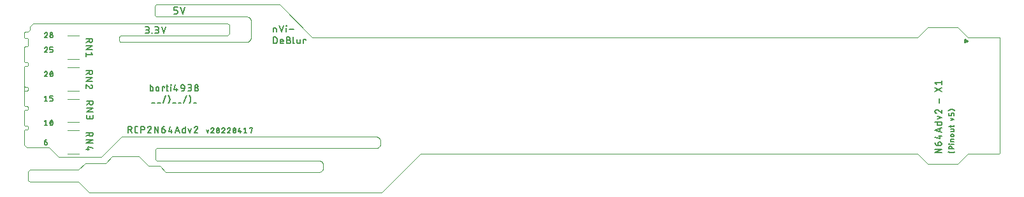
<source format=gto>
G04 EAGLE Gerber X2 export*
%TF.Part,Single*%
%TF.FileFunction,Other,silk top*%
%TF.FilePolarity,Positive*%
%TF.GenerationSoftware,Autodesk,EAGLE,9.6.2*%
%TF.CreationDate,2022-04-17T12:17:04Z*%
G75*
%MOMM*%
%FSLAX34Y34*%
%LPD*%
%INsilk top*%
%AMOC8*
5,1,8,0,0,1.08239X$1,22.5*%
G01*
%ADD10C,0.000000*%
%ADD11C,0.127000*%
%ADD12C,0.152400*%
%ADD13C,0.101600*%

G36*
X1249965Y99274D02*
X1249965Y99274D01*
X1249973Y99274D01*
X1250024Y99289D01*
X1250231Y99343D01*
X1250264Y99363D01*
X1250294Y99372D01*
X1254294Y101372D01*
X1254376Y101429D01*
X1254463Y101478D01*
X1254493Y101509D01*
X1254528Y101533D01*
X1254591Y101611D01*
X1254661Y101682D01*
X1254681Y101720D01*
X1254708Y101753D01*
X1254747Y101845D01*
X1254794Y101933D01*
X1254803Y101975D01*
X1254820Y102015D01*
X1254832Y102114D01*
X1254853Y102211D01*
X1254850Y102254D01*
X1254855Y102297D01*
X1254840Y102395D01*
X1254832Y102495D01*
X1254817Y102535D01*
X1254811Y102578D01*
X1254768Y102668D01*
X1254734Y102761D01*
X1254708Y102796D01*
X1254690Y102835D01*
X1254624Y102910D01*
X1254565Y102990D01*
X1254534Y103013D01*
X1254503Y103049D01*
X1254370Y103134D01*
X1254363Y103141D01*
X1254349Y103148D01*
X1254294Y103188D01*
X1250294Y105188D01*
X1250286Y105191D01*
X1250279Y105196D01*
X1250151Y105236D01*
X1250024Y105278D01*
X1250016Y105279D01*
X1250008Y105281D01*
X1249873Y105285D01*
X1249740Y105290D01*
X1249732Y105288D01*
X1249724Y105289D01*
X1249594Y105255D01*
X1249464Y105223D01*
X1249457Y105219D01*
X1249449Y105217D01*
X1249334Y105149D01*
X1249217Y105082D01*
X1249212Y105076D01*
X1249204Y105072D01*
X1249112Y104974D01*
X1249020Y104878D01*
X1249016Y104870D01*
X1249010Y104864D01*
X1248949Y104745D01*
X1248886Y104627D01*
X1248884Y104619D01*
X1248880Y104611D01*
X1248872Y104559D01*
X1248827Y104349D01*
X1248830Y104311D01*
X1248825Y104280D01*
X1248825Y100280D01*
X1248826Y100272D01*
X1248825Y100263D01*
X1248846Y100131D01*
X1248865Y99999D01*
X1248868Y99991D01*
X1248869Y99982D01*
X1248926Y99861D01*
X1248981Y99739D01*
X1248986Y99733D01*
X1248990Y99725D01*
X1249078Y99624D01*
X1249165Y99522D01*
X1249172Y99517D01*
X1249177Y99511D01*
X1249290Y99439D01*
X1249401Y99365D01*
X1249409Y99362D01*
X1249416Y99357D01*
X1249545Y99319D01*
X1249672Y99279D01*
X1249681Y99279D01*
X1249689Y99276D01*
X1249823Y99275D01*
X1249956Y99271D01*
X1249965Y99274D01*
G37*
D10*
X0Y-36000D02*
X3000Y-39000D01*
X32500Y-39000D01*
X0Y113500D02*
X1000Y114500D01*
X0Y113500D02*
X0Y107500D01*
X0Y94000D02*
X0Y75000D01*
X1000Y74000D01*
X4000Y74000D01*
X5000Y73000D01*
X5000Y70000D02*
X4000Y69000D01*
X1000Y69000D01*
X0Y68000D01*
X5000Y70000D02*
X5000Y73000D01*
X0Y68000D02*
X0Y42500D01*
X1000Y41500D01*
X4000Y41500D01*
X5000Y40500D01*
X5000Y37500D02*
X4000Y36500D01*
X1000Y36500D01*
X0Y35500D01*
X5000Y37500D02*
X5000Y40500D01*
X0Y42000D02*
X0Y35500D01*
X0Y16500D02*
X1000Y15500D01*
X4000Y15500D01*
X5000Y14500D01*
X5000Y11500D02*
X4000Y10500D01*
X1000Y10500D01*
X0Y9500D01*
X5000Y11500D02*
X5000Y14500D01*
X0Y-16500D02*
X0Y-36000D01*
X0Y-9500D02*
X0Y9500D01*
X0Y16500D02*
X0Y35500D01*
X0Y-9500D02*
X1000Y-10500D01*
X4000Y-10500D02*
X5000Y-11500D01*
X4000Y-10500D02*
X1000Y-10500D01*
X5000Y-11500D02*
X5000Y-14500D01*
X4000Y-15500D01*
X1000Y-15500D01*
X0Y-16500D01*
X1000Y106500D02*
X0Y107500D01*
X1000Y106500D02*
X4000Y106500D01*
X5000Y105500D01*
X5000Y96000D01*
X4000Y95000D01*
X1000Y95000D01*
X0Y94000D01*
D11*
X26695Y-31935D02*
X28981Y-31935D01*
X29058Y-31937D01*
X29135Y-31943D01*
X29212Y-31953D01*
X29288Y-31966D01*
X29363Y-31984D01*
X29437Y-32005D01*
X29510Y-32030D01*
X29582Y-32059D01*
X29652Y-32091D01*
X29721Y-32126D01*
X29787Y-32166D01*
X29852Y-32208D01*
X29914Y-32254D01*
X29974Y-32303D01*
X30031Y-32354D01*
X30086Y-32409D01*
X30137Y-32466D01*
X30186Y-32526D01*
X30232Y-32588D01*
X30274Y-32653D01*
X30314Y-32719D01*
X30349Y-32788D01*
X30381Y-32858D01*
X30410Y-32930D01*
X30435Y-33003D01*
X30456Y-33077D01*
X30474Y-33152D01*
X30487Y-33228D01*
X30497Y-33305D01*
X30503Y-33382D01*
X30505Y-33459D01*
X30505Y-33840D01*
X30503Y-33925D01*
X30497Y-34011D01*
X30488Y-34096D01*
X30474Y-34180D01*
X30457Y-34264D01*
X30436Y-34347D01*
X30412Y-34429D01*
X30384Y-34509D01*
X30352Y-34589D01*
X30316Y-34667D01*
X30278Y-34743D01*
X30235Y-34817D01*
X30190Y-34889D01*
X30141Y-34960D01*
X30089Y-35028D01*
X30035Y-35093D01*
X29977Y-35156D01*
X29916Y-35217D01*
X29853Y-35275D01*
X29788Y-35329D01*
X29720Y-35381D01*
X29649Y-35430D01*
X29577Y-35475D01*
X29503Y-35518D01*
X29427Y-35556D01*
X29349Y-35592D01*
X29269Y-35624D01*
X29189Y-35652D01*
X29107Y-35676D01*
X29024Y-35697D01*
X28940Y-35714D01*
X28856Y-35728D01*
X28771Y-35737D01*
X28685Y-35743D01*
X28600Y-35745D01*
X28515Y-35743D01*
X28429Y-35737D01*
X28344Y-35728D01*
X28260Y-35714D01*
X28176Y-35697D01*
X28093Y-35676D01*
X28011Y-35652D01*
X27931Y-35624D01*
X27851Y-35592D01*
X27773Y-35556D01*
X27697Y-35518D01*
X27623Y-35475D01*
X27551Y-35430D01*
X27480Y-35381D01*
X27412Y-35329D01*
X27347Y-35275D01*
X27284Y-35217D01*
X27223Y-35156D01*
X27165Y-35093D01*
X27111Y-35028D01*
X27059Y-34960D01*
X27010Y-34889D01*
X26965Y-34817D01*
X26922Y-34743D01*
X26884Y-34667D01*
X26848Y-34589D01*
X26816Y-34509D01*
X26788Y-34429D01*
X26764Y-34347D01*
X26743Y-34264D01*
X26726Y-34180D01*
X26712Y-34096D01*
X26703Y-34011D01*
X26697Y-33925D01*
X26695Y-33840D01*
X26695Y-31935D01*
X26697Y-31826D01*
X26703Y-31718D01*
X26712Y-31609D01*
X26726Y-31501D01*
X26743Y-31394D01*
X26765Y-31287D01*
X26790Y-31181D01*
X26818Y-31076D01*
X26851Y-30972D01*
X26887Y-30870D01*
X26927Y-30769D01*
X26970Y-30669D01*
X27017Y-30571D01*
X27068Y-30474D01*
X27122Y-30380D01*
X27179Y-30287D01*
X27239Y-30197D01*
X27303Y-30108D01*
X27370Y-30022D01*
X27439Y-29939D01*
X27512Y-29858D01*
X27588Y-29780D01*
X27666Y-29704D01*
X27747Y-29631D01*
X27830Y-29562D01*
X27916Y-29495D01*
X28005Y-29431D01*
X28095Y-29371D01*
X28188Y-29314D01*
X28282Y-29260D01*
X28379Y-29209D01*
X28477Y-29162D01*
X28577Y-29119D01*
X28678Y-29079D01*
X28780Y-29043D01*
X28884Y-29010D01*
X28989Y-28982D01*
X29095Y-28957D01*
X29202Y-28935D01*
X29309Y-28918D01*
X29417Y-28904D01*
X29526Y-28895D01*
X29634Y-28889D01*
X29743Y-28887D01*
X26695Y-4411D02*
X28600Y-2887D01*
X28600Y-9745D01*
X26695Y-9745D02*
X30505Y-9745D01*
X34010Y-6316D02*
X34012Y-6174D01*
X34017Y-6031D01*
X34026Y-5889D01*
X34039Y-5747D01*
X34055Y-5606D01*
X34074Y-5465D01*
X34098Y-5324D01*
X34124Y-5184D01*
X34155Y-5045D01*
X34189Y-4907D01*
X34226Y-4769D01*
X34266Y-4633D01*
X34311Y-4497D01*
X34358Y-4363D01*
X34409Y-4230D01*
X34463Y-4098D01*
X34521Y-3968D01*
X34582Y-3839D01*
X34581Y-3840D02*
X34607Y-3771D01*
X34636Y-3705D01*
X34668Y-3639D01*
X34703Y-3576D01*
X34742Y-3514D01*
X34784Y-3454D01*
X34829Y-3397D01*
X34877Y-3342D01*
X34928Y-3290D01*
X34981Y-3240D01*
X35037Y-3194D01*
X35095Y-3150D01*
X35156Y-3109D01*
X35218Y-3071D01*
X35282Y-3037D01*
X35348Y-3006D01*
X35416Y-2978D01*
X35485Y-2954D01*
X35555Y-2934D01*
X35626Y-2917D01*
X35697Y-2904D01*
X35769Y-2895D01*
X35842Y-2889D01*
X35915Y-2887D01*
X35988Y-2889D01*
X36061Y-2895D01*
X36133Y-2904D01*
X36204Y-2917D01*
X36275Y-2934D01*
X36345Y-2954D01*
X36414Y-2978D01*
X36482Y-3006D01*
X36548Y-3037D01*
X36612Y-3071D01*
X36674Y-3109D01*
X36735Y-3150D01*
X36793Y-3194D01*
X36849Y-3240D01*
X36902Y-3290D01*
X36953Y-3342D01*
X37001Y-3397D01*
X37046Y-3454D01*
X37088Y-3514D01*
X37127Y-3576D01*
X37162Y-3639D01*
X37194Y-3705D01*
X37223Y-3771D01*
X37249Y-3840D01*
X37249Y-3839D02*
X37310Y-3968D01*
X37368Y-4098D01*
X37422Y-4230D01*
X37473Y-4363D01*
X37520Y-4497D01*
X37565Y-4633D01*
X37605Y-4769D01*
X37642Y-4907D01*
X37676Y-5045D01*
X37707Y-5184D01*
X37733Y-5324D01*
X37757Y-5465D01*
X37776Y-5606D01*
X37792Y-5747D01*
X37805Y-5889D01*
X37814Y-6031D01*
X37819Y-6174D01*
X37821Y-6316D01*
X34010Y-6316D02*
X34012Y-6458D01*
X34017Y-6601D01*
X34026Y-6743D01*
X34039Y-6885D01*
X34055Y-7026D01*
X34074Y-7167D01*
X34098Y-7308D01*
X34124Y-7448D01*
X34155Y-7587D01*
X34189Y-7725D01*
X34226Y-7863D01*
X34266Y-7999D01*
X34311Y-8135D01*
X34358Y-8269D01*
X34409Y-8402D01*
X34463Y-8534D01*
X34521Y-8664D01*
X34582Y-8793D01*
X34581Y-8792D02*
X34607Y-8861D01*
X34636Y-8927D01*
X34668Y-8993D01*
X34703Y-9056D01*
X34742Y-9118D01*
X34784Y-9178D01*
X34829Y-9235D01*
X34877Y-9290D01*
X34928Y-9342D01*
X34981Y-9392D01*
X35037Y-9438D01*
X35095Y-9482D01*
X35156Y-9523D01*
X35218Y-9561D01*
X35282Y-9595D01*
X35348Y-9626D01*
X35416Y-9654D01*
X35485Y-9678D01*
X35555Y-9698D01*
X35626Y-9715D01*
X35697Y-9728D01*
X35769Y-9737D01*
X35842Y-9743D01*
X35915Y-9745D01*
X37249Y-8793D02*
X37310Y-8664D01*
X37368Y-8534D01*
X37422Y-8402D01*
X37473Y-8269D01*
X37520Y-8135D01*
X37565Y-7999D01*
X37605Y-7863D01*
X37642Y-7725D01*
X37676Y-7587D01*
X37707Y-7448D01*
X37733Y-7308D01*
X37757Y-7167D01*
X37776Y-7026D01*
X37792Y-6885D01*
X37805Y-6743D01*
X37814Y-6601D01*
X37819Y-6458D01*
X37821Y-6316D01*
X37249Y-8792D02*
X37223Y-8861D01*
X37194Y-8927D01*
X37162Y-8993D01*
X37127Y-9056D01*
X37088Y-9118D01*
X37046Y-9178D01*
X37001Y-9235D01*
X36953Y-9290D01*
X36902Y-9342D01*
X36849Y-9392D01*
X36793Y-9438D01*
X36735Y-9482D01*
X36674Y-9523D01*
X36612Y-9561D01*
X36548Y-9595D01*
X36482Y-9626D01*
X36414Y-9654D01*
X36345Y-9678D01*
X36275Y-9698D01*
X36204Y-9715D01*
X36133Y-9728D01*
X36061Y-9737D01*
X35988Y-9743D01*
X35915Y-9745D01*
X34391Y-8221D02*
X37439Y-4411D01*
X26695Y28089D02*
X28600Y29613D01*
X28600Y22755D01*
X26695Y22755D02*
X30505Y22755D01*
X34010Y22755D02*
X36296Y22755D01*
X36373Y22757D01*
X36450Y22763D01*
X36527Y22773D01*
X36603Y22786D01*
X36678Y22804D01*
X36752Y22825D01*
X36825Y22850D01*
X36897Y22879D01*
X36967Y22911D01*
X37036Y22946D01*
X37102Y22986D01*
X37167Y23028D01*
X37229Y23074D01*
X37289Y23123D01*
X37346Y23174D01*
X37401Y23229D01*
X37452Y23286D01*
X37501Y23346D01*
X37547Y23408D01*
X37589Y23473D01*
X37629Y23539D01*
X37664Y23608D01*
X37696Y23678D01*
X37725Y23750D01*
X37750Y23823D01*
X37771Y23897D01*
X37789Y23972D01*
X37802Y24048D01*
X37812Y24125D01*
X37818Y24202D01*
X37820Y24279D01*
X37820Y25041D01*
X37818Y25118D01*
X37812Y25195D01*
X37802Y25272D01*
X37789Y25348D01*
X37771Y25423D01*
X37750Y25497D01*
X37725Y25570D01*
X37696Y25642D01*
X37664Y25712D01*
X37629Y25781D01*
X37589Y25847D01*
X37547Y25912D01*
X37501Y25974D01*
X37452Y26034D01*
X37401Y26091D01*
X37346Y26146D01*
X37289Y26197D01*
X37229Y26246D01*
X37167Y26292D01*
X37102Y26334D01*
X37036Y26374D01*
X36967Y26409D01*
X36897Y26441D01*
X36825Y26470D01*
X36752Y26495D01*
X36678Y26516D01*
X36603Y26534D01*
X36527Y26547D01*
X36450Y26557D01*
X36373Y26563D01*
X36296Y26565D01*
X34010Y26565D01*
X34010Y29613D01*
X37820Y29613D01*
X30506Y60399D02*
X30504Y60481D01*
X30498Y60562D01*
X30489Y60643D01*
X30475Y60724D01*
X30458Y60803D01*
X30437Y60882D01*
X30412Y60960D01*
X30383Y61036D01*
X30351Y61111D01*
X30315Y61185D01*
X30276Y61257D01*
X30234Y61326D01*
X30188Y61394D01*
X30139Y61459D01*
X30087Y61522D01*
X30032Y61582D01*
X29974Y61640D01*
X29914Y61695D01*
X29851Y61747D01*
X29786Y61796D01*
X29718Y61842D01*
X29649Y61884D01*
X29577Y61923D01*
X29503Y61959D01*
X29428Y61991D01*
X29352Y62020D01*
X29274Y62045D01*
X29195Y62066D01*
X29116Y62083D01*
X29035Y62097D01*
X28954Y62106D01*
X28873Y62112D01*
X28791Y62114D01*
X28791Y62113D02*
X28699Y62111D01*
X28607Y62105D01*
X28515Y62096D01*
X28423Y62082D01*
X28333Y62065D01*
X28243Y62044D01*
X28154Y62019D01*
X28066Y61990D01*
X27979Y61958D01*
X27894Y61922D01*
X27811Y61883D01*
X27729Y61840D01*
X27649Y61794D01*
X27571Y61744D01*
X27495Y61692D01*
X27422Y61636D01*
X27351Y61577D01*
X27282Y61515D01*
X27216Y61450D01*
X27153Y61383D01*
X27093Y61313D01*
X27035Y61241D01*
X26981Y61166D01*
X26930Y61089D01*
X26882Y61010D01*
X26838Y60929D01*
X26797Y60846D01*
X26759Y60762D01*
X26725Y60676D01*
X26695Y60589D01*
X29934Y59065D02*
X29993Y59124D01*
X30049Y59185D01*
X30102Y59248D01*
X30153Y59314D01*
X30200Y59382D01*
X30244Y59452D01*
X30285Y59524D01*
X30323Y59598D01*
X30357Y59673D01*
X30388Y59750D01*
X30415Y59828D01*
X30439Y59908D01*
X30460Y59988D01*
X30476Y60069D01*
X30489Y60151D01*
X30499Y60233D01*
X30504Y60316D01*
X30506Y60399D01*
X29934Y59065D02*
X26695Y55255D01*
X30505Y55255D01*
X34010Y58684D02*
X34012Y58826D01*
X34017Y58969D01*
X34026Y59111D01*
X34039Y59253D01*
X34055Y59394D01*
X34074Y59535D01*
X34098Y59676D01*
X34124Y59816D01*
X34155Y59955D01*
X34189Y60093D01*
X34226Y60231D01*
X34266Y60367D01*
X34311Y60503D01*
X34358Y60637D01*
X34409Y60770D01*
X34463Y60902D01*
X34521Y61032D01*
X34582Y61161D01*
X34581Y61160D02*
X34607Y61229D01*
X34636Y61295D01*
X34668Y61361D01*
X34703Y61424D01*
X34742Y61486D01*
X34784Y61546D01*
X34829Y61603D01*
X34877Y61658D01*
X34928Y61710D01*
X34981Y61760D01*
X35037Y61806D01*
X35095Y61850D01*
X35156Y61891D01*
X35218Y61929D01*
X35282Y61963D01*
X35348Y61994D01*
X35416Y62022D01*
X35485Y62046D01*
X35555Y62066D01*
X35626Y62083D01*
X35697Y62096D01*
X35769Y62105D01*
X35842Y62111D01*
X35915Y62113D01*
X35988Y62111D01*
X36061Y62105D01*
X36133Y62096D01*
X36204Y62083D01*
X36275Y62066D01*
X36345Y62046D01*
X36414Y62022D01*
X36482Y61994D01*
X36548Y61963D01*
X36612Y61929D01*
X36674Y61891D01*
X36735Y61850D01*
X36793Y61806D01*
X36849Y61760D01*
X36902Y61710D01*
X36953Y61658D01*
X37001Y61603D01*
X37046Y61546D01*
X37088Y61486D01*
X37127Y61424D01*
X37162Y61361D01*
X37194Y61295D01*
X37223Y61229D01*
X37249Y61160D01*
X37249Y61161D02*
X37310Y61032D01*
X37368Y60902D01*
X37422Y60770D01*
X37473Y60637D01*
X37520Y60503D01*
X37565Y60367D01*
X37605Y60231D01*
X37642Y60093D01*
X37676Y59955D01*
X37707Y59816D01*
X37733Y59676D01*
X37757Y59535D01*
X37776Y59394D01*
X37792Y59253D01*
X37805Y59111D01*
X37814Y58969D01*
X37819Y58826D01*
X37821Y58684D01*
X34010Y58684D02*
X34012Y58542D01*
X34017Y58399D01*
X34026Y58257D01*
X34039Y58115D01*
X34055Y57974D01*
X34074Y57833D01*
X34098Y57692D01*
X34124Y57552D01*
X34155Y57413D01*
X34189Y57275D01*
X34226Y57137D01*
X34266Y57001D01*
X34311Y56865D01*
X34358Y56731D01*
X34409Y56598D01*
X34463Y56466D01*
X34521Y56336D01*
X34582Y56207D01*
X34581Y56208D02*
X34607Y56139D01*
X34636Y56073D01*
X34668Y56007D01*
X34703Y55944D01*
X34742Y55882D01*
X34784Y55822D01*
X34829Y55765D01*
X34877Y55710D01*
X34928Y55658D01*
X34981Y55608D01*
X35037Y55562D01*
X35095Y55518D01*
X35156Y55477D01*
X35218Y55439D01*
X35282Y55405D01*
X35348Y55374D01*
X35416Y55346D01*
X35485Y55322D01*
X35555Y55302D01*
X35626Y55285D01*
X35697Y55272D01*
X35769Y55263D01*
X35842Y55257D01*
X35915Y55255D01*
X37249Y56207D02*
X37310Y56336D01*
X37368Y56466D01*
X37422Y56598D01*
X37473Y56731D01*
X37520Y56865D01*
X37565Y57001D01*
X37605Y57137D01*
X37642Y57275D01*
X37676Y57413D01*
X37707Y57552D01*
X37733Y57692D01*
X37757Y57833D01*
X37776Y57974D01*
X37792Y58115D01*
X37805Y58257D01*
X37814Y58399D01*
X37819Y58542D01*
X37821Y58684D01*
X37249Y56208D02*
X37223Y56139D01*
X37194Y56073D01*
X37162Y56007D01*
X37127Y55944D01*
X37088Y55882D01*
X37046Y55822D01*
X37001Y55765D01*
X36953Y55710D01*
X36902Y55658D01*
X36849Y55608D01*
X36793Y55562D01*
X36735Y55518D01*
X36674Y55477D01*
X36612Y55439D01*
X36548Y55405D01*
X36482Y55374D01*
X36414Y55346D01*
X36345Y55322D01*
X36275Y55302D01*
X36204Y55285D01*
X36133Y55272D01*
X36061Y55263D01*
X35988Y55257D01*
X35915Y55255D01*
X34391Y56779D02*
X37439Y60589D01*
X30506Y92899D02*
X30504Y92981D01*
X30498Y93062D01*
X30489Y93143D01*
X30475Y93224D01*
X30458Y93303D01*
X30437Y93382D01*
X30412Y93460D01*
X30383Y93536D01*
X30351Y93611D01*
X30315Y93685D01*
X30276Y93757D01*
X30234Y93826D01*
X30188Y93894D01*
X30139Y93959D01*
X30087Y94022D01*
X30032Y94082D01*
X29974Y94140D01*
X29914Y94195D01*
X29851Y94247D01*
X29786Y94296D01*
X29718Y94342D01*
X29649Y94384D01*
X29577Y94423D01*
X29503Y94459D01*
X29428Y94491D01*
X29352Y94520D01*
X29274Y94545D01*
X29195Y94566D01*
X29116Y94583D01*
X29035Y94597D01*
X28954Y94606D01*
X28873Y94612D01*
X28791Y94614D01*
X28791Y94613D02*
X28699Y94611D01*
X28607Y94605D01*
X28515Y94596D01*
X28423Y94582D01*
X28333Y94565D01*
X28243Y94544D01*
X28154Y94519D01*
X28066Y94490D01*
X27979Y94458D01*
X27894Y94422D01*
X27811Y94383D01*
X27729Y94340D01*
X27649Y94294D01*
X27571Y94244D01*
X27495Y94192D01*
X27422Y94136D01*
X27351Y94077D01*
X27282Y94015D01*
X27216Y93950D01*
X27153Y93883D01*
X27093Y93813D01*
X27035Y93741D01*
X26981Y93666D01*
X26930Y93589D01*
X26882Y93510D01*
X26838Y93429D01*
X26797Y93346D01*
X26759Y93262D01*
X26725Y93176D01*
X26695Y93089D01*
X29934Y91565D02*
X29993Y91624D01*
X30049Y91685D01*
X30102Y91748D01*
X30153Y91814D01*
X30200Y91882D01*
X30244Y91952D01*
X30285Y92024D01*
X30323Y92098D01*
X30357Y92173D01*
X30388Y92250D01*
X30415Y92328D01*
X30439Y92408D01*
X30460Y92488D01*
X30476Y92569D01*
X30489Y92651D01*
X30499Y92733D01*
X30504Y92816D01*
X30506Y92899D01*
X29934Y91565D02*
X26695Y87755D01*
X30505Y87755D01*
X34010Y87755D02*
X36296Y87755D01*
X36373Y87757D01*
X36450Y87763D01*
X36527Y87773D01*
X36603Y87786D01*
X36678Y87804D01*
X36752Y87825D01*
X36825Y87850D01*
X36897Y87879D01*
X36967Y87911D01*
X37036Y87946D01*
X37102Y87986D01*
X37167Y88028D01*
X37229Y88074D01*
X37289Y88123D01*
X37346Y88174D01*
X37401Y88229D01*
X37452Y88286D01*
X37501Y88346D01*
X37547Y88408D01*
X37589Y88473D01*
X37629Y88539D01*
X37664Y88608D01*
X37696Y88678D01*
X37725Y88750D01*
X37750Y88823D01*
X37771Y88897D01*
X37789Y88972D01*
X37802Y89048D01*
X37812Y89125D01*
X37818Y89202D01*
X37820Y89279D01*
X37820Y90041D01*
X37818Y90118D01*
X37812Y90195D01*
X37802Y90272D01*
X37789Y90348D01*
X37771Y90423D01*
X37750Y90497D01*
X37725Y90570D01*
X37696Y90642D01*
X37664Y90712D01*
X37629Y90781D01*
X37589Y90847D01*
X37547Y90912D01*
X37501Y90974D01*
X37452Y91034D01*
X37401Y91091D01*
X37346Y91146D01*
X37289Y91197D01*
X37229Y91246D01*
X37167Y91292D01*
X37102Y91334D01*
X37036Y91374D01*
X36967Y91409D01*
X36897Y91441D01*
X36825Y91470D01*
X36752Y91495D01*
X36678Y91516D01*
X36603Y91534D01*
X36527Y91547D01*
X36450Y91557D01*
X36373Y91563D01*
X36296Y91565D01*
X34010Y91565D01*
X34010Y94613D01*
X37820Y94613D01*
X30506Y112399D02*
X30504Y112481D01*
X30498Y112562D01*
X30489Y112643D01*
X30475Y112724D01*
X30458Y112803D01*
X30437Y112882D01*
X30412Y112960D01*
X30383Y113036D01*
X30351Y113111D01*
X30315Y113185D01*
X30276Y113257D01*
X30234Y113326D01*
X30188Y113394D01*
X30139Y113459D01*
X30087Y113522D01*
X30032Y113582D01*
X29974Y113640D01*
X29914Y113695D01*
X29851Y113747D01*
X29786Y113796D01*
X29718Y113842D01*
X29649Y113884D01*
X29577Y113923D01*
X29503Y113959D01*
X29428Y113991D01*
X29352Y114020D01*
X29274Y114045D01*
X29195Y114066D01*
X29116Y114083D01*
X29035Y114097D01*
X28954Y114106D01*
X28873Y114112D01*
X28791Y114114D01*
X28791Y114113D02*
X28699Y114111D01*
X28607Y114105D01*
X28515Y114096D01*
X28423Y114082D01*
X28333Y114065D01*
X28243Y114044D01*
X28154Y114019D01*
X28066Y113990D01*
X27979Y113958D01*
X27894Y113922D01*
X27811Y113883D01*
X27729Y113840D01*
X27649Y113794D01*
X27571Y113744D01*
X27495Y113692D01*
X27422Y113636D01*
X27351Y113577D01*
X27282Y113515D01*
X27216Y113450D01*
X27153Y113383D01*
X27093Y113313D01*
X27035Y113241D01*
X26981Y113166D01*
X26930Y113089D01*
X26882Y113010D01*
X26838Y112929D01*
X26797Y112846D01*
X26759Y112762D01*
X26725Y112676D01*
X26695Y112589D01*
X29934Y111065D02*
X29993Y111124D01*
X30049Y111185D01*
X30102Y111248D01*
X30153Y111314D01*
X30200Y111382D01*
X30244Y111452D01*
X30285Y111524D01*
X30323Y111598D01*
X30357Y111673D01*
X30388Y111750D01*
X30415Y111828D01*
X30439Y111908D01*
X30460Y111988D01*
X30476Y112069D01*
X30489Y112151D01*
X30499Y112233D01*
X30504Y112316D01*
X30506Y112399D01*
X29934Y111065D02*
X26695Y107255D01*
X30505Y107255D01*
X34010Y109160D02*
X34012Y109245D01*
X34018Y109331D01*
X34027Y109416D01*
X34041Y109500D01*
X34058Y109584D01*
X34079Y109667D01*
X34103Y109749D01*
X34131Y109829D01*
X34163Y109909D01*
X34199Y109987D01*
X34237Y110063D01*
X34280Y110137D01*
X34325Y110209D01*
X34374Y110280D01*
X34426Y110348D01*
X34480Y110413D01*
X34538Y110476D01*
X34599Y110537D01*
X34662Y110595D01*
X34727Y110649D01*
X34795Y110701D01*
X34866Y110750D01*
X34938Y110795D01*
X35012Y110838D01*
X35088Y110876D01*
X35166Y110912D01*
X35246Y110944D01*
X35326Y110972D01*
X35408Y110996D01*
X35491Y111017D01*
X35575Y111034D01*
X35659Y111048D01*
X35744Y111057D01*
X35830Y111063D01*
X35915Y111065D01*
X36000Y111063D01*
X36086Y111057D01*
X36171Y111048D01*
X36255Y111034D01*
X36339Y111017D01*
X36422Y110996D01*
X36504Y110972D01*
X36584Y110944D01*
X36664Y110912D01*
X36742Y110876D01*
X36818Y110838D01*
X36892Y110795D01*
X36964Y110750D01*
X37035Y110701D01*
X37103Y110649D01*
X37168Y110595D01*
X37231Y110537D01*
X37292Y110476D01*
X37350Y110413D01*
X37404Y110348D01*
X37456Y110280D01*
X37505Y110209D01*
X37550Y110137D01*
X37593Y110063D01*
X37631Y109987D01*
X37667Y109909D01*
X37699Y109829D01*
X37727Y109749D01*
X37751Y109667D01*
X37772Y109584D01*
X37789Y109500D01*
X37803Y109416D01*
X37812Y109331D01*
X37818Y109245D01*
X37820Y109160D01*
X37818Y109075D01*
X37812Y108989D01*
X37803Y108904D01*
X37789Y108820D01*
X37772Y108736D01*
X37751Y108653D01*
X37727Y108571D01*
X37699Y108491D01*
X37667Y108411D01*
X37631Y108333D01*
X37593Y108257D01*
X37550Y108183D01*
X37505Y108111D01*
X37456Y108040D01*
X37404Y107972D01*
X37350Y107907D01*
X37292Y107844D01*
X37231Y107783D01*
X37168Y107725D01*
X37103Y107671D01*
X37035Y107619D01*
X36964Y107570D01*
X36892Y107525D01*
X36818Y107482D01*
X36742Y107444D01*
X36664Y107408D01*
X36584Y107376D01*
X36504Y107348D01*
X36422Y107324D01*
X36339Y107303D01*
X36255Y107286D01*
X36171Y107272D01*
X36086Y107263D01*
X36000Y107257D01*
X35915Y107255D01*
X35830Y107257D01*
X35744Y107263D01*
X35659Y107272D01*
X35575Y107286D01*
X35491Y107303D01*
X35408Y107324D01*
X35326Y107348D01*
X35246Y107376D01*
X35166Y107408D01*
X35088Y107444D01*
X35012Y107482D01*
X34938Y107525D01*
X34866Y107570D01*
X34795Y107619D01*
X34727Y107671D01*
X34662Y107725D01*
X34599Y107783D01*
X34538Y107844D01*
X34480Y107907D01*
X34426Y107972D01*
X34374Y108040D01*
X34325Y108111D01*
X34280Y108183D01*
X34237Y108257D01*
X34199Y108333D01*
X34163Y108411D01*
X34131Y108491D01*
X34103Y108571D01*
X34079Y108653D01*
X34058Y108736D01*
X34041Y108820D01*
X34027Y108904D01*
X34018Y108989D01*
X34012Y109075D01*
X34010Y109160D01*
X34391Y112589D02*
X34393Y112666D01*
X34399Y112743D01*
X34409Y112820D01*
X34422Y112896D01*
X34440Y112971D01*
X34461Y113045D01*
X34486Y113118D01*
X34515Y113190D01*
X34547Y113260D01*
X34582Y113329D01*
X34622Y113395D01*
X34664Y113460D01*
X34710Y113522D01*
X34759Y113582D01*
X34810Y113639D01*
X34865Y113694D01*
X34922Y113745D01*
X34982Y113794D01*
X35044Y113840D01*
X35109Y113882D01*
X35175Y113922D01*
X35244Y113957D01*
X35314Y113989D01*
X35386Y114018D01*
X35459Y114043D01*
X35533Y114064D01*
X35608Y114082D01*
X35684Y114095D01*
X35761Y114105D01*
X35838Y114111D01*
X35915Y114113D01*
X35992Y114111D01*
X36069Y114105D01*
X36146Y114095D01*
X36222Y114082D01*
X36297Y114064D01*
X36371Y114043D01*
X36444Y114018D01*
X36516Y113989D01*
X36586Y113957D01*
X36655Y113922D01*
X36721Y113882D01*
X36786Y113840D01*
X36848Y113794D01*
X36908Y113745D01*
X36965Y113694D01*
X37020Y113639D01*
X37071Y113582D01*
X37120Y113522D01*
X37166Y113460D01*
X37208Y113395D01*
X37248Y113329D01*
X37283Y113260D01*
X37315Y113190D01*
X37344Y113118D01*
X37369Y113045D01*
X37390Y112971D01*
X37408Y112896D01*
X37421Y112820D01*
X37431Y112743D01*
X37437Y112666D01*
X37439Y112589D01*
X37437Y112512D01*
X37431Y112435D01*
X37421Y112358D01*
X37408Y112282D01*
X37390Y112207D01*
X37369Y112133D01*
X37344Y112060D01*
X37315Y111988D01*
X37283Y111918D01*
X37248Y111849D01*
X37208Y111783D01*
X37166Y111718D01*
X37120Y111656D01*
X37071Y111596D01*
X37020Y111539D01*
X36965Y111484D01*
X36908Y111433D01*
X36848Y111384D01*
X36786Y111338D01*
X36721Y111296D01*
X36655Y111256D01*
X36586Y111221D01*
X36516Y111189D01*
X36444Y111160D01*
X36371Y111135D01*
X36297Y111114D01*
X36222Y111096D01*
X36146Y111083D01*
X36069Y111073D01*
X35992Y111067D01*
X35915Y111065D01*
X35838Y111067D01*
X35761Y111073D01*
X35684Y111083D01*
X35608Y111096D01*
X35533Y111114D01*
X35459Y111135D01*
X35386Y111160D01*
X35314Y111189D01*
X35244Y111221D01*
X35175Y111256D01*
X35109Y111296D01*
X35044Y111338D01*
X34982Y111384D01*
X34922Y111433D01*
X34865Y111484D01*
X34810Y111539D01*
X34759Y111596D01*
X34710Y111656D01*
X34664Y111718D01*
X34622Y111783D01*
X34582Y111849D01*
X34547Y111918D01*
X34515Y111988D01*
X34486Y112060D01*
X34461Y112133D01*
X34440Y112207D01*
X34422Y112282D01*
X34409Y112358D01*
X34399Y112435D01*
X34393Y112512D01*
X34391Y112589D01*
X1227625Y-44781D02*
X1227746Y-44880D01*
X1227870Y-44977D01*
X1227996Y-45070D01*
X1228125Y-45160D01*
X1228255Y-45248D01*
X1228388Y-45332D01*
X1228522Y-45413D01*
X1228658Y-45490D01*
X1228797Y-45564D01*
X1228937Y-45635D01*
X1229078Y-45703D01*
X1229222Y-45767D01*
X1229366Y-45828D01*
X1229513Y-45885D01*
X1229660Y-45939D01*
X1229809Y-45989D01*
X1229959Y-46035D01*
X1230110Y-46078D01*
X1230262Y-46117D01*
X1230414Y-46153D01*
X1230568Y-46185D01*
X1230723Y-46213D01*
X1230878Y-46237D01*
X1231033Y-46258D01*
X1231189Y-46275D01*
X1231346Y-46288D01*
X1231502Y-46297D01*
X1231659Y-46303D01*
X1231816Y-46305D01*
X1231973Y-46303D01*
X1232130Y-46297D01*
X1232286Y-46288D01*
X1232443Y-46275D01*
X1232599Y-46258D01*
X1232754Y-46237D01*
X1232909Y-46213D01*
X1233064Y-46185D01*
X1233218Y-46153D01*
X1233370Y-46117D01*
X1233522Y-46078D01*
X1233673Y-46035D01*
X1233823Y-45989D01*
X1233972Y-45939D01*
X1234119Y-45885D01*
X1234266Y-45828D01*
X1234410Y-45767D01*
X1234554Y-45703D01*
X1234695Y-45635D01*
X1234835Y-45564D01*
X1234974Y-45490D01*
X1235110Y-45413D01*
X1235244Y-45332D01*
X1235377Y-45248D01*
X1235507Y-45160D01*
X1235636Y-45070D01*
X1235762Y-44977D01*
X1235886Y-44880D01*
X1236007Y-44781D01*
X1235245Y-41220D02*
X1228387Y-41220D01*
X1228387Y-39315D01*
X1228389Y-39230D01*
X1228395Y-39144D01*
X1228404Y-39059D01*
X1228418Y-38975D01*
X1228435Y-38891D01*
X1228456Y-38808D01*
X1228480Y-38726D01*
X1228508Y-38646D01*
X1228540Y-38566D01*
X1228576Y-38488D01*
X1228614Y-38412D01*
X1228657Y-38338D01*
X1228702Y-38266D01*
X1228751Y-38195D01*
X1228803Y-38127D01*
X1228857Y-38062D01*
X1228915Y-37999D01*
X1228976Y-37938D01*
X1229039Y-37880D01*
X1229104Y-37826D01*
X1229172Y-37774D01*
X1229243Y-37725D01*
X1229315Y-37680D01*
X1229389Y-37637D01*
X1229465Y-37599D01*
X1229543Y-37563D01*
X1229623Y-37531D01*
X1229703Y-37503D01*
X1229785Y-37479D01*
X1229868Y-37458D01*
X1229952Y-37441D01*
X1230036Y-37427D01*
X1230121Y-37418D01*
X1230207Y-37412D01*
X1230292Y-37410D01*
X1230377Y-37412D01*
X1230463Y-37418D01*
X1230548Y-37427D01*
X1230632Y-37441D01*
X1230716Y-37458D01*
X1230799Y-37479D01*
X1230881Y-37503D01*
X1230961Y-37531D01*
X1231041Y-37563D01*
X1231119Y-37599D01*
X1231195Y-37637D01*
X1231269Y-37680D01*
X1231341Y-37725D01*
X1231412Y-37774D01*
X1231480Y-37826D01*
X1231545Y-37880D01*
X1231608Y-37938D01*
X1231669Y-37999D01*
X1231727Y-38062D01*
X1231781Y-38127D01*
X1231833Y-38195D01*
X1231882Y-38266D01*
X1231927Y-38338D01*
X1231970Y-38412D01*
X1232008Y-38488D01*
X1232044Y-38566D01*
X1232076Y-38646D01*
X1232104Y-38726D01*
X1232128Y-38808D01*
X1232149Y-38891D01*
X1232166Y-38975D01*
X1232180Y-39059D01*
X1232189Y-39144D01*
X1232195Y-39230D01*
X1232197Y-39315D01*
X1232197Y-41220D01*
X1230673Y-34598D02*
X1235245Y-34598D01*
X1228768Y-34789D02*
X1228387Y-34789D01*
X1228387Y-34408D01*
X1228768Y-34408D01*
X1228768Y-34789D01*
X1230673Y-31245D02*
X1235245Y-31245D01*
X1230673Y-31245D02*
X1230673Y-29340D01*
X1230675Y-29274D01*
X1230681Y-29207D01*
X1230690Y-29142D01*
X1230704Y-29076D01*
X1230721Y-29012D01*
X1230742Y-28949D01*
X1230766Y-28887D01*
X1230795Y-28827D01*
X1230826Y-28768D01*
X1230861Y-28712D01*
X1230899Y-28657D01*
X1230940Y-28605D01*
X1230985Y-28556D01*
X1231032Y-28509D01*
X1231081Y-28464D01*
X1231133Y-28423D01*
X1231188Y-28385D01*
X1231245Y-28350D01*
X1231303Y-28319D01*
X1231363Y-28290D01*
X1231425Y-28266D01*
X1231488Y-28245D01*
X1231552Y-28228D01*
X1231618Y-28214D01*
X1231683Y-28205D01*
X1231750Y-28199D01*
X1231816Y-28197D01*
X1235245Y-28197D01*
X1233721Y-24662D02*
X1232197Y-24662D01*
X1232120Y-24660D01*
X1232043Y-24654D01*
X1231966Y-24644D01*
X1231890Y-24631D01*
X1231815Y-24613D01*
X1231741Y-24592D01*
X1231668Y-24567D01*
X1231596Y-24538D01*
X1231526Y-24506D01*
X1231457Y-24471D01*
X1231391Y-24431D01*
X1231326Y-24389D01*
X1231264Y-24343D01*
X1231204Y-24294D01*
X1231147Y-24243D01*
X1231092Y-24188D01*
X1231041Y-24131D01*
X1230992Y-24071D01*
X1230946Y-24009D01*
X1230904Y-23944D01*
X1230864Y-23878D01*
X1230829Y-23809D01*
X1230797Y-23739D01*
X1230768Y-23667D01*
X1230743Y-23594D01*
X1230722Y-23520D01*
X1230704Y-23445D01*
X1230691Y-23369D01*
X1230681Y-23292D01*
X1230675Y-23215D01*
X1230673Y-23138D01*
X1230675Y-23061D01*
X1230681Y-22984D01*
X1230691Y-22907D01*
X1230704Y-22831D01*
X1230722Y-22756D01*
X1230743Y-22682D01*
X1230768Y-22609D01*
X1230797Y-22537D01*
X1230829Y-22467D01*
X1230864Y-22398D01*
X1230904Y-22332D01*
X1230946Y-22267D01*
X1230992Y-22205D01*
X1231041Y-22145D01*
X1231092Y-22088D01*
X1231147Y-22033D01*
X1231204Y-21982D01*
X1231264Y-21933D01*
X1231326Y-21887D01*
X1231391Y-21845D01*
X1231457Y-21805D01*
X1231526Y-21770D01*
X1231596Y-21738D01*
X1231668Y-21709D01*
X1231741Y-21684D01*
X1231815Y-21663D01*
X1231890Y-21645D01*
X1231966Y-21632D01*
X1232043Y-21622D01*
X1232120Y-21616D01*
X1232197Y-21614D01*
X1233721Y-21614D01*
X1233798Y-21616D01*
X1233875Y-21622D01*
X1233952Y-21632D01*
X1234028Y-21645D01*
X1234103Y-21663D01*
X1234177Y-21684D01*
X1234250Y-21709D01*
X1234322Y-21738D01*
X1234392Y-21770D01*
X1234461Y-21805D01*
X1234527Y-21845D01*
X1234592Y-21887D01*
X1234654Y-21933D01*
X1234714Y-21982D01*
X1234771Y-22033D01*
X1234826Y-22088D01*
X1234877Y-22145D01*
X1234926Y-22205D01*
X1234972Y-22267D01*
X1235014Y-22332D01*
X1235054Y-22398D01*
X1235089Y-22467D01*
X1235121Y-22537D01*
X1235150Y-22609D01*
X1235175Y-22682D01*
X1235196Y-22756D01*
X1235214Y-22831D01*
X1235227Y-22907D01*
X1235237Y-22984D01*
X1235243Y-23061D01*
X1235245Y-23138D01*
X1235243Y-23215D01*
X1235237Y-23292D01*
X1235227Y-23369D01*
X1235214Y-23445D01*
X1235196Y-23520D01*
X1235175Y-23594D01*
X1235150Y-23667D01*
X1235121Y-23739D01*
X1235089Y-23809D01*
X1235054Y-23878D01*
X1235014Y-23944D01*
X1234972Y-24009D01*
X1234926Y-24071D01*
X1234877Y-24131D01*
X1234826Y-24188D01*
X1234771Y-24243D01*
X1234714Y-24294D01*
X1234654Y-24343D01*
X1234592Y-24389D01*
X1234527Y-24431D01*
X1234461Y-24471D01*
X1234392Y-24506D01*
X1234322Y-24538D01*
X1234250Y-24567D01*
X1234177Y-24592D01*
X1234103Y-24613D01*
X1234028Y-24631D01*
X1233952Y-24644D01*
X1233875Y-24654D01*
X1233798Y-24660D01*
X1233721Y-24662D01*
X1234102Y-18078D02*
X1230673Y-18078D01*
X1234102Y-18078D02*
X1234168Y-18076D01*
X1234235Y-18070D01*
X1234300Y-18061D01*
X1234366Y-18047D01*
X1234430Y-18030D01*
X1234493Y-18009D01*
X1234555Y-17985D01*
X1234615Y-17956D01*
X1234674Y-17925D01*
X1234730Y-17890D01*
X1234785Y-17852D01*
X1234837Y-17811D01*
X1234886Y-17766D01*
X1234933Y-17719D01*
X1234978Y-17670D01*
X1235019Y-17618D01*
X1235057Y-17563D01*
X1235092Y-17506D01*
X1235123Y-17448D01*
X1235152Y-17388D01*
X1235176Y-17326D01*
X1235197Y-17263D01*
X1235214Y-17199D01*
X1235228Y-17133D01*
X1235237Y-17068D01*
X1235243Y-17001D01*
X1235245Y-16935D01*
X1235245Y-15030D01*
X1230673Y-15030D01*
X1230673Y-12176D02*
X1230673Y-9890D01*
X1228387Y-11414D02*
X1234102Y-11414D01*
X1234168Y-11412D01*
X1234235Y-11406D01*
X1234300Y-11397D01*
X1234366Y-11383D01*
X1234430Y-11366D01*
X1234493Y-11345D01*
X1234555Y-11321D01*
X1234615Y-11292D01*
X1234674Y-11261D01*
X1234730Y-11226D01*
X1234785Y-11188D01*
X1234837Y-11147D01*
X1234886Y-11102D01*
X1234933Y-11055D01*
X1234978Y-11006D01*
X1235019Y-10954D01*
X1235057Y-10899D01*
X1235092Y-10842D01*
X1235123Y-10784D01*
X1235152Y-10724D01*
X1235176Y-10662D01*
X1235197Y-10599D01*
X1235214Y-10535D01*
X1235228Y-10469D01*
X1235237Y-10404D01*
X1235243Y-10337D01*
X1235245Y-10271D01*
X1235245Y-9890D01*
X1230673Y-3204D02*
X1235245Y-1680D01*
X1230673Y-156D01*
X1235245Y2999D02*
X1235245Y5285D01*
X1235243Y5362D01*
X1235237Y5439D01*
X1235227Y5516D01*
X1235214Y5592D01*
X1235196Y5667D01*
X1235175Y5741D01*
X1235150Y5814D01*
X1235121Y5886D01*
X1235089Y5956D01*
X1235054Y6025D01*
X1235014Y6091D01*
X1234972Y6156D01*
X1234926Y6218D01*
X1234877Y6278D01*
X1234826Y6335D01*
X1234771Y6390D01*
X1234714Y6441D01*
X1234654Y6490D01*
X1234592Y6536D01*
X1234527Y6578D01*
X1234461Y6618D01*
X1234392Y6653D01*
X1234322Y6685D01*
X1234250Y6714D01*
X1234177Y6739D01*
X1234103Y6760D01*
X1234028Y6778D01*
X1233952Y6791D01*
X1233875Y6801D01*
X1233798Y6807D01*
X1233721Y6809D01*
X1232959Y6809D01*
X1232882Y6807D01*
X1232805Y6801D01*
X1232728Y6791D01*
X1232652Y6778D01*
X1232577Y6760D01*
X1232503Y6739D01*
X1232430Y6714D01*
X1232358Y6685D01*
X1232288Y6653D01*
X1232219Y6618D01*
X1232153Y6578D01*
X1232088Y6536D01*
X1232026Y6490D01*
X1231966Y6441D01*
X1231909Y6390D01*
X1231854Y6335D01*
X1231803Y6278D01*
X1231754Y6218D01*
X1231708Y6156D01*
X1231666Y6091D01*
X1231626Y6025D01*
X1231591Y5956D01*
X1231559Y5886D01*
X1231530Y5814D01*
X1231505Y5741D01*
X1231484Y5667D01*
X1231466Y5592D01*
X1231453Y5516D01*
X1231443Y5439D01*
X1231437Y5362D01*
X1231435Y5285D01*
X1231435Y2999D01*
X1228387Y2999D01*
X1228387Y6809D01*
X1231816Y11491D02*
X1231973Y11489D01*
X1232130Y11483D01*
X1232286Y11474D01*
X1232443Y11461D01*
X1232599Y11444D01*
X1232754Y11423D01*
X1232909Y11399D01*
X1233064Y11371D01*
X1233218Y11339D01*
X1233370Y11303D01*
X1233522Y11264D01*
X1233673Y11221D01*
X1233823Y11175D01*
X1233972Y11125D01*
X1234119Y11071D01*
X1234266Y11014D01*
X1234410Y10953D01*
X1234554Y10889D01*
X1234695Y10821D01*
X1234835Y10750D01*
X1234974Y10676D01*
X1235110Y10599D01*
X1235244Y10518D01*
X1235377Y10434D01*
X1235507Y10346D01*
X1235636Y10256D01*
X1235762Y10163D01*
X1235886Y10066D01*
X1236007Y9967D01*
X1231816Y11491D02*
X1231659Y11489D01*
X1231502Y11483D01*
X1231346Y11474D01*
X1231189Y11461D01*
X1231033Y11444D01*
X1230878Y11423D01*
X1230723Y11399D01*
X1230568Y11371D01*
X1230414Y11339D01*
X1230262Y11303D01*
X1230110Y11264D01*
X1229959Y11221D01*
X1229809Y11175D01*
X1229660Y11125D01*
X1229513Y11071D01*
X1229366Y11014D01*
X1229222Y10953D01*
X1229078Y10889D01*
X1228937Y10821D01*
X1228797Y10750D01*
X1228658Y10676D01*
X1228522Y10599D01*
X1228388Y10518D01*
X1228255Y10434D01*
X1228125Y10346D01*
X1227996Y10256D01*
X1227870Y10163D01*
X1227746Y10066D01*
X1227625Y9967D01*
D10*
X5000Y114500D02*
X1000Y114500D01*
X5000Y114500D02*
X7500Y117000D01*
X7500Y122000D01*
X11500Y126000D01*
D12*
X81882Y105678D02*
X90518Y105678D01*
X90518Y103279D01*
X90516Y103182D01*
X90510Y103086D01*
X90501Y102990D01*
X90487Y102894D01*
X90470Y102799D01*
X90448Y102705D01*
X90423Y102612D01*
X90395Y102519D01*
X90362Y102428D01*
X90326Y102339D01*
X90286Y102251D01*
X90243Y102164D01*
X90197Y102079D01*
X90147Y101997D01*
X90093Y101916D01*
X90037Y101838D01*
X89977Y101762D01*
X89915Y101688D01*
X89849Y101617D01*
X89781Y101549D01*
X89710Y101483D01*
X89636Y101421D01*
X89560Y101361D01*
X89482Y101305D01*
X89401Y101251D01*
X89318Y101201D01*
X89234Y101155D01*
X89147Y101112D01*
X89059Y101072D01*
X88970Y101036D01*
X88879Y101003D01*
X88786Y100975D01*
X88693Y100950D01*
X88599Y100928D01*
X88504Y100911D01*
X88408Y100897D01*
X88312Y100888D01*
X88216Y100882D01*
X88119Y100880D01*
X88022Y100882D01*
X87926Y100888D01*
X87830Y100897D01*
X87734Y100911D01*
X87639Y100928D01*
X87545Y100950D01*
X87452Y100975D01*
X87359Y101003D01*
X87268Y101036D01*
X87179Y101072D01*
X87091Y101112D01*
X87004Y101155D01*
X86919Y101201D01*
X86837Y101251D01*
X86756Y101305D01*
X86678Y101361D01*
X86602Y101421D01*
X86528Y101483D01*
X86457Y101549D01*
X86389Y101617D01*
X86323Y101688D01*
X86261Y101762D01*
X86201Y101838D01*
X86145Y101916D01*
X86091Y101997D01*
X86041Y102080D01*
X85995Y102164D01*
X85952Y102251D01*
X85912Y102339D01*
X85876Y102428D01*
X85843Y102519D01*
X85815Y102612D01*
X85790Y102705D01*
X85768Y102799D01*
X85751Y102894D01*
X85737Y102990D01*
X85728Y103086D01*
X85722Y103182D01*
X85720Y103279D01*
X85720Y105678D01*
X85720Y102799D02*
X81882Y100880D01*
X81882Y96314D02*
X90518Y96314D01*
X81882Y91516D01*
X90518Y91516D01*
X88599Y86865D02*
X90518Y84466D01*
X81882Y84466D01*
X81882Y86865D02*
X81882Y82067D01*
X81882Y63178D02*
X90518Y63178D01*
X90518Y60779D01*
X90516Y60682D01*
X90510Y60586D01*
X90501Y60490D01*
X90487Y60394D01*
X90470Y60299D01*
X90448Y60205D01*
X90423Y60112D01*
X90395Y60019D01*
X90362Y59928D01*
X90326Y59839D01*
X90286Y59751D01*
X90243Y59664D01*
X90197Y59579D01*
X90147Y59497D01*
X90093Y59416D01*
X90037Y59338D01*
X89977Y59262D01*
X89915Y59188D01*
X89849Y59117D01*
X89781Y59049D01*
X89710Y58983D01*
X89636Y58921D01*
X89560Y58861D01*
X89482Y58805D01*
X89401Y58751D01*
X89318Y58701D01*
X89234Y58655D01*
X89147Y58612D01*
X89059Y58572D01*
X88970Y58536D01*
X88879Y58503D01*
X88786Y58475D01*
X88693Y58450D01*
X88599Y58428D01*
X88504Y58411D01*
X88408Y58397D01*
X88312Y58388D01*
X88216Y58382D01*
X88119Y58380D01*
X88022Y58382D01*
X87926Y58388D01*
X87830Y58397D01*
X87734Y58411D01*
X87639Y58428D01*
X87545Y58450D01*
X87452Y58475D01*
X87359Y58503D01*
X87268Y58536D01*
X87179Y58572D01*
X87091Y58612D01*
X87004Y58655D01*
X86919Y58701D01*
X86837Y58751D01*
X86756Y58805D01*
X86678Y58861D01*
X86602Y58921D01*
X86528Y58983D01*
X86457Y59049D01*
X86389Y59117D01*
X86323Y59188D01*
X86261Y59262D01*
X86201Y59338D01*
X86145Y59416D01*
X86091Y59497D01*
X86041Y59580D01*
X85995Y59664D01*
X85952Y59751D01*
X85912Y59839D01*
X85876Y59928D01*
X85843Y60019D01*
X85815Y60112D01*
X85790Y60205D01*
X85768Y60299D01*
X85751Y60394D01*
X85737Y60490D01*
X85728Y60586D01*
X85722Y60682D01*
X85720Y60779D01*
X85720Y63178D01*
X85720Y60299D02*
X81882Y58380D01*
X81882Y53814D02*
X90518Y53814D01*
X81882Y49016D01*
X90518Y49016D01*
X90518Y41726D02*
X90516Y41634D01*
X90510Y41543D01*
X90501Y41452D01*
X90487Y41361D01*
X90470Y41271D01*
X90448Y41182D01*
X90423Y41094D01*
X90395Y41007D01*
X90362Y40921D01*
X90326Y40837D01*
X90287Y40754D01*
X90244Y40673D01*
X90197Y40594D01*
X90148Y40517D01*
X90095Y40442D01*
X90039Y40370D01*
X89980Y40300D01*
X89918Y40232D01*
X89853Y40167D01*
X89785Y40105D01*
X89715Y40046D01*
X89643Y39990D01*
X89568Y39937D01*
X89491Y39888D01*
X89412Y39841D01*
X89331Y39798D01*
X89248Y39759D01*
X89164Y39723D01*
X89078Y39690D01*
X88991Y39662D01*
X88903Y39637D01*
X88814Y39615D01*
X88724Y39598D01*
X88633Y39584D01*
X88542Y39575D01*
X88451Y39569D01*
X88359Y39567D01*
X90518Y41726D02*
X90516Y41829D01*
X90510Y41931D01*
X90501Y42033D01*
X90488Y42135D01*
X90471Y42236D01*
X90450Y42337D01*
X90426Y42436D01*
X90397Y42535D01*
X90366Y42632D01*
X90330Y42729D01*
X90292Y42824D01*
X90249Y42917D01*
X90203Y43009D01*
X90154Y43099D01*
X90102Y43187D01*
X90046Y43274D01*
X89987Y43358D01*
X89926Y43439D01*
X89861Y43519D01*
X89793Y43596D01*
X89722Y43671D01*
X89649Y43742D01*
X89573Y43811D01*
X89495Y43878D01*
X89414Y43941D01*
X89331Y44001D01*
X89246Y44058D01*
X89159Y44112D01*
X89069Y44163D01*
X88978Y44210D01*
X88886Y44254D01*
X88791Y44295D01*
X88696Y44332D01*
X88599Y44365D01*
X86680Y40287D02*
X86746Y40220D01*
X86815Y40156D01*
X86886Y40095D01*
X86960Y40037D01*
X87036Y39982D01*
X87114Y39930D01*
X87194Y39881D01*
X87276Y39835D01*
X87360Y39793D01*
X87446Y39754D01*
X87533Y39719D01*
X87621Y39688D01*
X87711Y39660D01*
X87801Y39635D01*
X87893Y39614D01*
X87985Y39597D01*
X88078Y39584D01*
X88171Y39575D01*
X88265Y39569D01*
X88359Y39567D01*
X86680Y40287D02*
X81882Y44365D01*
X81882Y39567D01*
X82382Y22678D02*
X91018Y22678D01*
X91018Y20279D01*
X91016Y20182D01*
X91010Y20086D01*
X91001Y19990D01*
X90987Y19894D01*
X90970Y19799D01*
X90948Y19705D01*
X90923Y19612D01*
X90895Y19519D01*
X90862Y19428D01*
X90826Y19339D01*
X90786Y19251D01*
X90743Y19164D01*
X90697Y19079D01*
X90647Y18997D01*
X90593Y18916D01*
X90537Y18838D01*
X90477Y18762D01*
X90415Y18688D01*
X90349Y18617D01*
X90281Y18549D01*
X90210Y18483D01*
X90136Y18421D01*
X90060Y18361D01*
X89982Y18305D01*
X89901Y18251D01*
X89818Y18201D01*
X89734Y18155D01*
X89647Y18112D01*
X89559Y18072D01*
X89470Y18036D01*
X89379Y18003D01*
X89286Y17975D01*
X89193Y17950D01*
X89099Y17928D01*
X89004Y17911D01*
X88908Y17897D01*
X88812Y17888D01*
X88716Y17882D01*
X88619Y17880D01*
X88522Y17882D01*
X88426Y17888D01*
X88330Y17897D01*
X88234Y17911D01*
X88139Y17928D01*
X88045Y17950D01*
X87952Y17975D01*
X87859Y18003D01*
X87768Y18036D01*
X87679Y18072D01*
X87591Y18112D01*
X87504Y18155D01*
X87419Y18201D01*
X87337Y18251D01*
X87256Y18305D01*
X87178Y18361D01*
X87102Y18421D01*
X87028Y18483D01*
X86957Y18549D01*
X86889Y18617D01*
X86823Y18688D01*
X86761Y18762D01*
X86701Y18838D01*
X86645Y18916D01*
X86591Y18997D01*
X86541Y19080D01*
X86495Y19164D01*
X86452Y19251D01*
X86412Y19339D01*
X86376Y19428D01*
X86343Y19519D01*
X86315Y19612D01*
X86290Y19705D01*
X86268Y19799D01*
X86251Y19894D01*
X86237Y19990D01*
X86228Y20086D01*
X86222Y20182D01*
X86220Y20279D01*
X86220Y22678D01*
X86220Y19799D02*
X82382Y17880D01*
X82382Y13314D02*
X91018Y13314D01*
X82382Y8516D01*
X91018Y8516D01*
X82382Y3865D02*
X82382Y1466D01*
X82384Y1369D01*
X82390Y1273D01*
X82399Y1177D01*
X82413Y1081D01*
X82430Y986D01*
X82452Y892D01*
X82477Y799D01*
X82505Y706D01*
X82538Y615D01*
X82574Y526D01*
X82614Y438D01*
X82657Y351D01*
X82703Y267D01*
X82753Y184D01*
X82807Y103D01*
X82863Y25D01*
X82923Y-51D01*
X82985Y-125D01*
X83051Y-196D01*
X83119Y-264D01*
X83190Y-330D01*
X83264Y-392D01*
X83340Y-452D01*
X83418Y-508D01*
X83499Y-562D01*
X83581Y-612D01*
X83666Y-658D01*
X83753Y-701D01*
X83841Y-741D01*
X83930Y-777D01*
X84021Y-810D01*
X84114Y-838D01*
X84207Y-863D01*
X84301Y-885D01*
X84396Y-902D01*
X84492Y-916D01*
X84588Y-925D01*
X84684Y-931D01*
X84781Y-933D01*
X84878Y-931D01*
X84974Y-925D01*
X85070Y-916D01*
X85166Y-902D01*
X85261Y-885D01*
X85355Y-863D01*
X85448Y-838D01*
X85541Y-810D01*
X85632Y-777D01*
X85721Y-741D01*
X85809Y-701D01*
X85896Y-658D01*
X85980Y-612D01*
X86063Y-562D01*
X86144Y-508D01*
X86222Y-452D01*
X86298Y-392D01*
X86372Y-330D01*
X86443Y-264D01*
X86511Y-196D01*
X86577Y-125D01*
X86639Y-51D01*
X86699Y25D01*
X86755Y103D01*
X86809Y184D01*
X86859Y266D01*
X86905Y351D01*
X86948Y438D01*
X86988Y526D01*
X87024Y615D01*
X87057Y706D01*
X87085Y799D01*
X87110Y892D01*
X87132Y986D01*
X87149Y1081D01*
X87163Y1177D01*
X87172Y1273D01*
X87178Y1369D01*
X87180Y1466D01*
X91018Y986D02*
X91018Y3865D01*
X91018Y986D02*
X91016Y900D01*
X91010Y814D01*
X91001Y728D01*
X90987Y643D01*
X90970Y559D01*
X90949Y475D01*
X90924Y393D01*
X90896Y312D01*
X90864Y232D01*
X90828Y153D01*
X90789Y77D01*
X90746Y2D01*
X90701Y-71D01*
X90652Y-142D01*
X90599Y-210D01*
X90544Y-277D01*
X90486Y-340D01*
X90425Y-401D01*
X90362Y-459D01*
X90295Y-514D01*
X90227Y-567D01*
X90156Y-616D01*
X90083Y-661D01*
X90008Y-704D01*
X89932Y-743D01*
X89853Y-779D01*
X89773Y-811D01*
X89692Y-839D01*
X89610Y-864D01*
X89526Y-885D01*
X89442Y-902D01*
X89357Y-916D01*
X89271Y-925D01*
X89185Y-931D01*
X89099Y-933D01*
X89013Y-931D01*
X88927Y-925D01*
X88841Y-916D01*
X88756Y-902D01*
X88672Y-885D01*
X88588Y-864D01*
X88506Y-839D01*
X88425Y-811D01*
X88345Y-779D01*
X88266Y-743D01*
X88190Y-704D01*
X88115Y-661D01*
X88042Y-616D01*
X87971Y-567D01*
X87903Y-514D01*
X87836Y-459D01*
X87773Y-401D01*
X87712Y-340D01*
X87654Y-277D01*
X87599Y-210D01*
X87546Y-142D01*
X87497Y-71D01*
X87452Y2D01*
X87409Y77D01*
X87370Y153D01*
X87334Y232D01*
X87302Y312D01*
X87274Y393D01*
X87249Y475D01*
X87228Y559D01*
X87211Y643D01*
X87197Y728D01*
X87188Y814D01*
X87182Y900D01*
X87180Y986D01*
X87180Y2906D01*
X90838Y-19382D02*
X82202Y-19382D01*
X90838Y-19382D02*
X90838Y-21781D01*
X90836Y-21878D01*
X90830Y-21974D01*
X90821Y-22070D01*
X90807Y-22166D01*
X90790Y-22261D01*
X90768Y-22355D01*
X90743Y-22448D01*
X90715Y-22541D01*
X90682Y-22632D01*
X90646Y-22721D01*
X90606Y-22809D01*
X90563Y-22896D01*
X90517Y-22981D01*
X90467Y-23063D01*
X90413Y-23144D01*
X90357Y-23222D01*
X90297Y-23298D01*
X90235Y-23372D01*
X90169Y-23443D01*
X90101Y-23511D01*
X90030Y-23577D01*
X89956Y-23639D01*
X89880Y-23699D01*
X89802Y-23755D01*
X89721Y-23809D01*
X89638Y-23859D01*
X89554Y-23905D01*
X89467Y-23948D01*
X89379Y-23988D01*
X89290Y-24024D01*
X89199Y-24057D01*
X89106Y-24085D01*
X89013Y-24110D01*
X88919Y-24132D01*
X88824Y-24149D01*
X88728Y-24163D01*
X88632Y-24172D01*
X88536Y-24178D01*
X88439Y-24180D01*
X88342Y-24178D01*
X88246Y-24172D01*
X88150Y-24163D01*
X88054Y-24149D01*
X87959Y-24132D01*
X87865Y-24110D01*
X87772Y-24085D01*
X87679Y-24057D01*
X87588Y-24024D01*
X87499Y-23988D01*
X87411Y-23948D01*
X87324Y-23905D01*
X87239Y-23859D01*
X87157Y-23809D01*
X87076Y-23755D01*
X86998Y-23699D01*
X86922Y-23639D01*
X86848Y-23577D01*
X86777Y-23511D01*
X86709Y-23443D01*
X86643Y-23372D01*
X86581Y-23298D01*
X86521Y-23222D01*
X86465Y-23144D01*
X86411Y-23063D01*
X86361Y-22980D01*
X86315Y-22896D01*
X86272Y-22809D01*
X86232Y-22721D01*
X86196Y-22632D01*
X86163Y-22541D01*
X86135Y-22448D01*
X86110Y-22355D01*
X86088Y-22261D01*
X86071Y-22166D01*
X86057Y-22070D01*
X86048Y-21974D01*
X86042Y-21878D01*
X86040Y-21781D01*
X86040Y-19382D01*
X86040Y-22261D02*
X82202Y-24180D01*
X82202Y-28746D02*
X90838Y-28746D01*
X82202Y-33544D01*
X90838Y-33544D01*
X90838Y-40114D02*
X84121Y-38195D01*
X84121Y-42993D01*
X86040Y-41553D02*
X82202Y-41553D01*
X1209982Y-46178D02*
X1218618Y-46178D01*
X1218618Y-41380D02*
X1209982Y-46178D01*
X1209982Y-41380D02*
X1218618Y-41380D01*
X1213820Y-36729D02*
X1213820Y-33851D01*
X1213822Y-33765D01*
X1213828Y-33679D01*
X1213837Y-33593D01*
X1213851Y-33508D01*
X1213868Y-33424D01*
X1213889Y-33340D01*
X1213914Y-33258D01*
X1213942Y-33177D01*
X1213974Y-33097D01*
X1214010Y-33018D01*
X1214049Y-32942D01*
X1214092Y-32867D01*
X1214137Y-32794D01*
X1214186Y-32723D01*
X1214239Y-32655D01*
X1214294Y-32588D01*
X1214352Y-32525D01*
X1214413Y-32464D01*
X1214476Y-32406D01*
X1214543Y-32351D01*
X1214611Y-32298D01*
X1214682Y-32249D01*
X1214755Y-32204D01*
X1214830Y-32161D01*
X1214906Y-32122D01*
X1214985Y-32086D01*
X1215065Y-32054D01*
X1215146Y-32026D01*
X1215228Y-32001D01*
X1215312Y-31980D01*
X1215396Y-31963D01*
X1215481Y-31949D01*
X1215567Y-31940D01*
X1215653Y-31934D01*
X1215739Y-31932D01*
X1215739Y-31931D02*
X1216219Y-31931D01*
X1216316Y-31933D01*
X1216412Y-31939D01*
X1216508Y-31948D01*
X1216604Y-31962D01*
X1216699Y-31979D01*
X1216793Y-32001D01*
X1216886Y-32026D01*
X1216979Y-32054D01*
X1217070Y-32087D01*
X1217159Y-32123D01*
X1217247Y-32163D01*
X1217334Y-32206D01*
X1217419Y-32252D01*
X1217501Y-32302D01*
X1217582Y-32356D01*
X1217660Y-32412D01*
X1217736Y-32472D01*
X1217810Y-32534D01*
X1217881Y-32600D01*
X1217949Y-32668D01*
X1218015Y-32739D01*
X1218077Y-32813D01*
X1218137Y-32889D01*
X1218193Y-32967D01*
X1218247Y-33048D01*
X1218297Y-33131D01*
X1218343Y-33215D01*
X1218386Y-33302D01*
X1218426Y-33390D01*
X1218462Y-33479D01*
X1218495Y-33570D01*
X1218523Y-33663D01*
X1218548Y-33756D01*
X1218570Y-33850D01*
X1218587Y-33945D01*
X1218601Y-34041D01*
X1218610Y-34137D01*
X1218616Y-34233D01*
X1218618Y-34330D01*
X1218616Y-34427D01*
X1218610Y-34523D01*
X1218601Y-34619D01*
X1218587Y-34715D01*
X1218570Y-34810D01*
X1218548Y-34904D01*
X1218523Y-34997D01*
X1218495Y-35090D01*
X1218462Y-35181D01*
X1218426Y-35270D01*
X1218386Y-35358D01*
X1218343Y-35445D01*
X1218297Y-35530D01*
X1218247Y-35612D01*
X1218193Y-35693D01*
X1218137Y-35771D01*
X1218077Y-35847D01*
X1218015Y-35921D01*
X1217949Y-35992D01*
X1217881Y-36060D01*
X1217810Y-36126D01*
X1217736Y-36188D01*
X1217660Y-36248D01*
X1217582Y-36304D01*
X1217501Y-36358D01*
X1217419Y-36408D01*
X1217334Y-36454D01*
X1217247Y-36497D01*
X1217159Y-36537D01*
X1217070Y-36573D01*
X1216979Y-36606D01*
X1216886Y-36634D01*
X1216793Y-36659D01*
X1216699Y-36681D01*
X1216604Y-36698D01*
X1216508Y-36712D01*
X1216412Y-36721D01*
X1216316Y-36727D01*
X1216219Y-36729D01*
X1213820Y-36729D01*
X1213697Y-36727D01*
X1213574Y-36721D01*
X1213451Y-36711D01*
X1213329Y-36697D01*
X1213207Y-36680D01*
X1213086Y-36658D01*
X1212966Y-36633D01*
X1212846Y-36603D01*
X1212728Y-36570D01*
X1212611Y-36533D01*
X1212495Y-36493D01*
X1212380Y-36449D01*
X1212266Y-36401D01*
X1212155Y-36349D01*
X1212045Y-36294D01*
X1211937Y-36235D01*
X1211830Y-36173D01*
X1211726Y-36108D01*
X1211624Y-36039D01*
X1211524Y-35967D01*
X1211427Y-35892D01*
X1211332Y-35813D01*
X1211240Y-35732D01*
X1211150Y-35648D01*
X1211063Y-35561D01*
X1210979Y-35471D01*
X1210898Y-35379D01*
X1210819Y-35284D01*
X1210744Y-35187D01*
X1210672Y-35087D01*
X1210603Y-34985D01*
X1210538Y-34881D01*
X1210476Y-34774D01*
X1210417Y-34666D01*
X1210362Y-34556D01*
X1210311Y-34445D01*
X1210263Y-34331D01*
X1210218Y-34217D01*
X1210178Y-34100D01*
X1210141Y-33983D01*
X1210108Y-33865D01*
X1210078Y-33745D01*
X1210053Y-33625D01*
X1210031Y-33504D01*
X1210014Y-33382D01*
X1210000Y-33260D01*
X1209990Y-33137D01*
X1209984Y-33014D01*
X1209982Y-32891D01*
X1209982Y-25666D02*
X1216699Y-27585D01*
X1216699Y-22787D01*
X1214780Y-24227D02*
X1218618Y-24227D01*
X1218618Y-18921D02*
X1209982Y-16042D01*
X1218618Y-13164D01*
X1216459Y-13883D02*
X1216459Y-18201D01*
X1218618Y-5657D02*
X1209982Y-5657D01*
X1218618Y-5657D02*
X1218618Y-8056D01*
X1218616Y-8131D01*
X1218610Y-8206D01*
X1218600Y-8281D01*
X1218587Y-8355D01*
X1218569Y-8428D01*
X1218548Y-8501D01*
X1218522Y-8572D01*
X1218494Y-8641D01*
X1218461Y-8709D01*
X1218425Y-8775D01*
X1218386Y-8840D01*
X1218343Y-8902D01*
X1218297Y-8962D01*
X1218248Y-9019D01*
X1218197Y-9074D01*
X1218142Y-9125D01*
X1218085Y-9174D01*
X1218025Y-9220D01*
X1217963Y-9263D01*
X1217899Y-9302D01*
X1217832Y-9338D01*
X1217764Y-9371D01*
X1217695Y-9399D01*
X1217624Y-9425D01*
X1217551Y-9446D01*
X1217478Y-9464D01*
X1217404Y-9477D01*
X1217329Y-9487D01*
X1217254Y-9493D01*
X1217179Y-9495D01*
X1214300Y-9495D01*
X1214225Y-9493D01*
X1214150Y-9487D01*
X1214075Y-9477D01*
X1214001Y-9464D01*
X1213928Y-9446D01*
X1213855Y-9425D01*
X1213784Y-9399D01*
X1213715Y-9371D01*
X1213647Y-9338D01*
X1213581Y-9302D01*
X1213516Y-9263D01*
X1213454Y-9220D01*
X1213394Y-9174D01*
X1213337Y-9125D01*
X1213282Y-9074D01*
X1213231Y-9019D01*
X1213182Y-8962D01*
X1213136Y-8902D01*
X1213093Y-8840D01*
X1213054Y-8775D01*
X1213018Y-8709D01*
X1212985Y-8641D01*
X1212957Y-8572D01*
X1212931Y-8501D01*
X1212910Y-8428D01*
X1212892Y-8355D01*
X1212879Y-8281D01*
X1212869Y-8206D01*
X1212863Y-8131D01*
X1212861Y-8056D01*
X1212861Y-5657D01*
X1212861Y-1502D02*
X1218618Y417D01*
X1212861Y2336D01*
X1209982Y8886D02*
X1209984Y8978D01*
X1209990Y9069D01*
X1209999Y9160D01*
X1210013Y9251D01*
X1210030Y9341D01*
X1210052Y9430D01*
X1210077Y9518D01*
X1210105Y9605D01*
X1210138Y9691D01*
X1210174Y9775D01*
X1210213Y9858D01*
X1210256Y9939D01*
X1210303Y10018D01*
X1210352Y10095D01*
X1210405Y10170D01*
X1210461Y10242D01*
X1210520Y10312D01*
X1210582Y10380D01*
X1210647Y10445D01*
X1210715Y10507D01*
X1210785Y10566D01*
X1210857Y10622D01*
X1210932Y10675D01*
X1211009Y10724D01*
X1211088Y10771D01*
X1211169Y10814D01*
X1211252Y10853D01*
X1211336Y10889D01*
X1211422Y10922D01*
X1211509Y10950D01*
X1211597Y10975D01*
X1211686Y10997D01*
X1211776Y11014D01*
X1211867Y11028D01*
X1211958Y11037D01*
X1212049Y11043D01*
X1212141Y11045D01*
X1209982Y8886D02*
X1209984Y8783D01*
X1209990Y8681D01*
X1209999Y8579D01*
X1210012Y8477D01*
X1210029Y8376D01*
X1210050Y8275D01*
X1210074Y8176D01*
X1210103Y8077D01*
X1210134Y7980D01*
X1210170Y7883D01*
X1210208Y7788D01*
X1210251Y7695D01*
X1210297Y7603D01*
X1210346Y7513D01*
X1210398Y7425D01*
X1210454Y7338D01*
X1210513Y7254D01*
X1210574Y7173D01*
X1210639Y7093D01*
X1210707Y7016D01*
X1210778Y6941D01*
X1210851Y6870D01*
X1210927Y6801D01*
X1211005Y6734D01*
X1211086Y6671D01*
X1211169Y6611D01*
X1211254Y6554D01*
X1211341Y6500D01*
X1211431Y6449D01*
X1211522Y6402D01*
X1211614Y6358D01*
X1211709Y6317D01*
X1211804Y6280D01*
X1211901Y6247D01*
X1213820Y10325D02*
X1213754Y10392D01*
X1213685Y10456D01*
X1213614Y10517D01*
X1213540Y10575D01*
X1213464Y10630D01*
X1213386Y10682D01*
X1213306Y10731D01*
X1213224Y10777D01*
X1213140Y10819D01*
X1213054Y10858D01*
X1212967Y10893D01*
X1212879Y10924D01*
X1212789Y10952D01*
X1212699Y10977D01*
X1212607Y10998D01*
X1212515Y11015D01*
X1212422Y11028D01*
X1212329Y11037D01*
X1212235Y11043D01*
X1212141Y11045D01*
X1213820Y10326D02*
X1218618Y6247D01*
X1218618Y11045D01*
X1215260Y20398D02*
X1215260Y26155D01*
X1218618Y35028D02*
X1209982Y40786D01*
X1209982Y35028D02*
X1218618Y40786D01*
X1211901Y44652D02*
X1209982Y47051D01*
X1218618Y47051D01*
X1218618Y44652D02*
X1218618Y49450D01*
D10*
X270000Y126000D02*
X11500Y126000D01*
X270000Y126000D02*
X272000Y124000D01*
X272000Y112000D01*
X270000Y110000D01*
X129000Y110000D01*
X126000Y107000D02*
X126000Y104000D01*
X129000Y101000D02*
X295000Y101000D01*
X301000Y108000D02*
X301000Y128000D01*
X295000Y135000D02*
X175000Y135000D01*
X173000Y137000D01*
X173000Y149000D01*
X175000Y151000D01*
X339000Y151000D01*
X382500Y107500D01*
X1295500Y107500D02*
X1296000Y107000D01*
X1296000Y-46500D01*
X1295000Y-47500D01*
X1295500Y107500D02*
X1254000Y107500D01*
X1187000Y107500D02*
X382500Y107500D01*
X129000Y110000D02*
X128893Y109998D01*
X128786Y109992D01*
X128679Y109983D01*
X128573Y109969D01*
X128467Y109952D01*
X128362Y109931D01*
X128258Y109907D01*
X128155Y109878D01*
X128053Y109846D01*
X127952Y109811D01*
X127852Y109772D01*
X127754Y109729D01*
X127657Y109683D01*
X127562Y109633D01*
X127469Y109580D01*
X127378Y109524D01*
X127289Y109464D01*
X127202Y109402D01*
X127118Y109336D01*
X127035Y109267D01*
X126956Y109196D01*
X126879Y109121D01*
X126804Y109044D01*
X126733Y108965D01*
X126664Y108882D01*
X126598Y108798D01*
X126536Y108711D01*
X126476Y108622D01*
X126420Y108531D01*
X126367Y108438D01*
X126317Y108343D01*
X126271Y108246D01*
X126228Y108148D01*
X126189Y108048D01*
X126154Y107947D01*
X126122Y107845D01*
X126093Y107742D01*
X126069Y107638D01*
X126048Y107533D01*
X126031Y107427D01*
X126017Y107321D01*
X126008Y107214D01*
X126002Y107107D01*
X126000Y107000D01*
X126000Y104000D02*
X126002Y103893D01*
X126008Y103786D01*
X126017Y103679D01*
X126031Y103573D01*
X126048Y103467D01*
X126069Y103362D01*
X126093Y103258D01*
X126122Y103155D01*
X126154Y103053D01*
X126189Y102952D01*
X126228Y102852D01*
X126271Y102754D01*
X126317Y102657D01*
X126367Y102562D01*
X126420Y102469D01*
X126476Y102378D01*
X126536Y102289D01*
X126598Y102202D01*
X126664Y102118D01*
X126733Y102035D01*
X126804Y101956D01*
X126879Y101879D01*
X126956Y101804D01*
X127035Y101733D01*
X127118Y101664D01*
X127202Y101598D01*
X127289Y101536D01*
X127378Y101476D01*
X127469Y101420D01*
X127562Y101367D01*
X127657Y101317D01*
X127754Y101271D01*
X127852Y101228D01*
X127952Y101189D01*
X128053Y101154D01*
X128155Y101122D01*
X128258Y101093D01*
X128362Y101069D01*
X128467Y101048D01*
X128573Y101031D01*
X128679Y101017D01*
X128786Y101008D01*
X128893Y101002D01*
X129000Y101000D01*
X295000Y101000D02*
X295159Y101014D01*
X295318Y101033D01*
X295477Y101055D01*
X295635Y101081D01*
X295792Y101110D01*
X295948Y101144D01*
X296104Y101181D01*
X296258Y101223D01*
X296412Y101268D01*
X296564Y101316D01*
X296715Y101369D01*
X296865Y101425D01*
X297014Y101485D01*
X297160Y101549D01*
X297306Y101616D01*
X297449Y101686D01*
X297591Y101760D01*
X297731Y101838D01*
X297869Y101919D01*
X298005Y102003D01*
X298139Y102091D01*
X298270Y102182D01*
X298400Y102276D01*
X298527Y102373D01*
X298651Y102474D01*
X298774Y102577D01*
X298893Y102684D01*
X299010Y102793D01*
X299124Y102905D01*
X299235Y103020D01*
X299344Y103137D01*
X299450Y103257D01*
X299552Y103380D01*
X299652Y103505D01*
X299748Y103633D01*
X299842Y103763D01*
X299932Y103895D01*
X300019Y104030D01*
X300102Y104166D01*
X300182Y104305D01*
X300259Y104445D01*
X300332Y104587D01*
X300402Y104731D01*
X300468Y104877D01*
X300531Y105024D01*
X300590Y105173D01*
X300645Y105323D01*
X300696Y105475D01*
X300744Y105627D01*
X300788Y105781D01*
X300829Y105936D01*
X300865Y106092D01*
X300898Y106248D01*
X300926Y106406D01*
X300951Y106564D01*
X300972Y106722D01*
X300990Y106881D01*
X301003Y107041D01*
X301012Y107201D01*
X301018Y107360D01*
X301019Y107520D01*
X301017Y107680D01*
X301010Y107840D01*
X301000Y108000D01*
X301000Y128000D02*
X301021Y128153D01*
X301039Y128306D01*
X301053Y128459D01*
X301063Y128613D01*
X301069Y128767D01*
X301071Y128921D01*
X301069Y129074D01*
X301064Y129228D01*
X301054Y129382D01*
X301041Y129535D01*
X301023Y129688D01*
X301002Y129841D01*
X300977Y129993D01*
X300948Y130144D01*
X300915Y130294D01*
X300879Y130444D01*
X300839Y130592D01*
X300795Y130740D01*
X300747Y130886D01*
X300695Y131031D01*
X300640Y131175D01*
X300581Y131317D01*
X300519Y131458D01*
X300453Y131597D01*
X300384Y131735D01*
X300311Y131870D01*
X300235Y132004D01*
X300155Y132136D01*
X300072Y132265D01*
X299986Y132393D01*
X299896Y132518D01*
X299804Y132641D01*
X299708Y132762D01*
X299609Y132880D01*
X299508Y132996D01*
X299403Y133109D01*
X299296Y133219D01*
X299186Y133326D01*
X299073Y133431D01*
X298957Y133533D01*
X298839Y133632D01*
X298719Y133728D01*
X298596Y133820D01*
X298471Y133910D01*
X298343Y133996D01*
X298214Y134080D01*
X298082Y134159D01*
X297949Y134236D01*
X297813Y134309D01*
X297676Y134378D01*
X297537Y134445D01*
X297396Y134507D01*
X297254Y134566D01*
X297110Y134621D01*
X296965Y134673D01*
X296819Y134721D01*
X296672Y134765D01*
X296523Y134806D01*
X296374Y134843D01*
X296223Y134876D01*
X296072Y134905D01*
X295920Y134930D01*
X295768Y134951D01*
X295615Y134969D01*
X295461Y134982D01*
X295308Y134992D01*
X295154Y134998D01*
X295000Y135000D01*
X102000Y-52000D02*
X45500Y-52000D01*
X32500Y-39000D01*
X102000Y-52000D02*
X129000Y-25000D01*
X473000Y-31000D02*
X473000Y-34000D01*
X467000Y-40000D02*
X176000Y-40000D01*
X174000Y-42000D01*
X174000Y-55000D01*
X176000Y-57000D01*
X467000Y-24999D02*
X467148Y-24990D01*
X467296Y-24985D01*
X467445Y-24983D01*
X467593Y-24985D01*
X467741Y-24992D01*
X467889Y-25002D01*
X468036Y-25016D01*
X468184Y-25034D01*
X468330Y-25056D01*
X468476Y-25082D01*
X468621Y-25112D01*
X468766Y-25145D01*
X468909Y-25183D01*
X469052Y-25224D01*
X469193Y-25269D01*
X469333Y-25317D01*
X469472Y-25370D01*
X469609Y-25426D01*
X469745Y-25485D01*
X469879Y-25549D01*
X470011Y-25615D01*
X470142Y-25686D01*
X470270Y-25759D01*
X470397Y-25836D01*
X470521Y-25917D01*
X470644Y-26000D01*
X470764Y-26087D01*
X470882Y-26177D01*
X470997Y-26270D01*
X471110Y-26367D01*
X471220Y-26466D01*
X471328Y-26568D01*
X471432Y-26672D01*
X471534Y-26780D01*
X471633Y-26890D01*
X471730Y-27003D01*
X471823Y-27118D01*
X471913Y-27236D01*
X472000Y-27356D01*
X472083Y-27479D01*
X472164Y-27603D01*
X472241Y-27730D01*
X472314Y-27858D01*
X472385Y-27989D01*
X472451Y-28121D01*
X472515Y-28255D01*
X472574Y-28391D01*
X472630Y-28528D01*
X472683Y-28667D01*
X472731Y-28807D01*
X472776Y-28948D01*
X472817Y-29091D01*
X472855Y-29234D01*
X472888Y-29379D01*
X472918Y-29524D01*
X472944Y-29670D01*
X472966Y-29816D01*
X472984Y-29964D01*
X472998Y-30111D01*
X473008Y-30259D01*
X473015Y-30407D01*
X473017Y-30555D01*
X473015Y-30704D01*
X473010Y-30852D01*
X473001Y-31000D01*
X473001Y-34000D02*
X473010Y-34148D01*
X473015Y-34296D01*
X473017Y-34445D01*
X473015Y-34593D01*
X473008Y-34741D01*
X472998Y-34889D01*
X472984Y-35036D01*
X472966Y-35184D01*
X472944Y-35330D01*
X472918Y-35476D01*
X472888Y-35621D01*
X472855Y-35766D01*
X472817Y-35909D01*
X472776Y-36052D01*
X472731Y-36193D01*
X472683Y-36333D01*
X472630Y-36472D01*
X472574Y-36609D01*
X472515Y-36745D01*
X472451Y-36879D01*
X472385Y-37011D01*
X472314Y-37142D01*
X472241Y-37270D01*
X472164Y-37397D01*
X472083Y-37521D01*
X472000Y-37644D01*
X471913Y-37764D01*
X471823Y-37882D01*
X471730Y-37997D01*
X471633Y-38110D01*
X471534Y-38220D01*
X471432Y-38328D01*
X471328Y-38432D01*
X471220Y-38534D01*
X471110Y-38633D01*
X470997Y-38730D01*
X470882Y-38823D01*
X470764Y-38913D01*
X470644Y-39000D01*
X470521Y-39083D01*
X470397Y-39164D01*
X470270Y-39241D01*
X470142Y-39314D01*
X470011Y-39385D01*
X469879Y-39451D01*
X469745Y-39515D01*
X469609Y-39574D01*
X469472Y-39630D01*
X469333Y-39683D01*
X469193Y-39731D01*
X469052Y-39776D01*
X468909Y-39817D01*
X468766Y-39855D01*
X468621Y-39888D01*
X468476Y-39918D01*
X468330Y-39944D01*
X468184Y-39966D01*
X468036Y-39984D01*
X467889Y-39998D01*
X467741Y-40008D01*
X467593Y-40015D01*
X467445Y-40017D01*
X467296Y-40015D01*
X467148Y-40010D01*
X467000Y-40001D01*
X467000Y-25000D02*
X129000Y-25000D01*
X7000Y-85000D02*
X5000Y-83000D01*
X5000Y-71000D01*
X7000Y-69000D01*
X72000Y-69000D01*
X81000Y-60000D01*
X108000Y-60000D01*
X117000Y-51000D01*
X152000Y-51000D01*
X165000Y-64000D01*
X180000Y-64000D01*
X391000Y-56999D02*
X391148Y-56990D01*
X391296Y-56985D01*
X391445Y-56983D01*
X391593Y-56985D01*
X391741Y-56992D01*
X391889Y-57002D01*
X392036Y-57016D01*
X392184Y-57034D01*
X392330Y-57056D01*
X392476Y-57082D01*
X392621Y-57112D01*
X392766Y-57145D01*
X392909Y-57183D01*
X393052Y-57224D01*
X393193Y-57269D01*
X393333Y-57317D01*
X393472Y-57370D01*
X393609Y-57426D01*
X393745Y-57485D01*
X393879Y-57549D01*
X394011Y-57615D01*
X394142Y-57686D01*
X394270Y-57759D01*
X394397Y-57836D01*
X394521Y-57917D01*
X394644Y-58000D01*
X394764Y-58087D01*
X394882Y-58177D01*
X394997Y-58270D01*
X395110Y-58367D01*
X395220Y-58466D01*
X395328Y-58568D01*
X395432Y-58672D01*
X395534Y-58780D01*
X395633Y-58890D01*
X395730Y-59003D01*
X395823Y-59118D01*
X395913Y-59236D01*
X396000Y-59356D01*
X396083Y-59479D01*
X396164Y-59603D01*
X396241Y-59730D01*
X396314Y-59858D01*
X396385Y-59989D01*
X396451Y-60121D01*
X396515Y-60255D01*
X396574Y-60391D01*
X396630Y-60528D01*
X396683Y-60667D01*
X396731Y-60807D01*
X396776Y-60948D01*
X396817Y-61091D01*
X396855Y-61234D01*
X396888Y-61379D01*
X396918Y-61524D01*
X396944Y-61670D01*
X396966Y-61816D01*
X396984Y-61964D01*
X396998Y-62111D01*
X397008Y-62259D01*
X397015Y-62407D01*
X397017Y-62555D01*
X397015Y-62704D01*
X397010Y-62852D01*
X397001Y-63000D01*
X397000Y-63000D02*
X397000Y-66000D01*
X397001Y-66000D02*
X397010Y-66148D01*
X397015Y-66296D01*
X397017Y-66445D01*
X397015Y-66593D01*
X397008Y-66741D01*
X396998Y-66889D01*
X396984Y-67036D01*
X396966Y-67184D01*
X396944Y-67330D01*
X396918Y-67476D01*
X396888Y-67621D01*
X396855Y-67766D01*
X396817Y-67909D01*
X396776Y-68052D01*
X396731Y-68193D01*
X396683Y-68333D01*
X396630Y-68472D01*
X396574Y-68609D01*
X396515Y-68745D01*
X396451Y-68879D01*
X396385Y-69011D01*
X396314Y-69142D01*
X396241Y-69270D01*
X396164Y-69397D01*
X396083Y-69521D01*
X396000Y-69644D01*
X395913Y-69764D01*
X395823Y-69882D01*
X395730Y-69997D01*
X395633Y-70110D01*
X395534Y-70220D01*
X395432Y-70328D01*
X395328Y-70432D01*
X395220Y-70534D01*
X395110Y-70633D01*
X394997Y-70730D01*
X394882Y-70823D01*
X394764Y-70913D01*
X394644Y-71000D01*
X394521Y-71083D01*
X394397Y-71164D01*
X394270Y-71241D01*
X394142Y-71314D01*
X394011Y-71385D01*
X393879Y-71451D01*
X393745Y-71515D01*
X393609Y-71574D01*
X393472Y-71630D01*
X393333Y-71683D01*
X393193Y-71731D01*
X393052Y-71776D01*
X392909Y-71817D01*
X392766Y-71855D01*
X392621Y-71888D01*
X392476Y-71918D01*
X392330Y-71944D01*
X392184Y-71966D01*
X392036Y-71984D01*
X391889Y-71998D01*
X391741Y-72008D01*
X391593Y-72015D01*
X391445Y-72017D01*
X391296Y-72015D01*
X391148Y-72010D01*
X391000Y-72001D01*
X391000Y-72000D02*
X188000Y-72000D01*
X180000Y-64000D01*
X176000Y-57000D02*
X391000Y-57000D01*
X72000Y-85000D02*
X7000Y-85000D01*
X72000Y-85000D02*
X86000Y-99000D01*
X474500Y-99000D01*
X526000Y-47500D01*
X1187000Y-47500D02*
X1200500Y-61000D01*
X1240500Y-61000D01*
X1254000Y-47500D01*
X1295000Y-47500D01*
X1187000Y-47500D02*
X526000Y-47500D01*
D12*
X163221Y112882D02*
X160822Y112882D01*
X163221Y112882D02*
X163318Y112884D01*
X163414Y112890D01*
X163510Y112899D01*
X163606Y112913D01*
X163701Y112930D01*
X163795Y112952D01*
X163888Y112977D01*
X163981Y113005D01*
X164072Y113038D01*
X164161Y113074D01*
X164249Y113114D01*
X164336Y113157D01*
X164421Y113203D01*
X164503Y113253D01*
X164584Y113307D01*
X164662Y113363D01*
X164738Y113423D01*
X164812Y113485D01*
X164883Y113551D01*
X164951Y113619D01*
X165017Y113690D01*
X165079Y113764D01*
X165139Y113840D01*
X165195Y113918D01*
X165249Y113999D01*
X165299Y114081D01*
X165345Y114166D01*
X165388Y114253D01*
X165428Y114341D01*
X165464Y114430D01*
X165497Y114521D01*
X165525Y114614D01*
X165550Y114707D01*
X165572Y114801D01*
X165589Y114896D01*
X165603Y114992D01*
X165612Y115088D01*
X165618Y115184D01*
X165620Y115281D01*
X165618Y115378D01*
X165612Y115474D01*
X165603Y115570D01*
X165589Y115666D01*
X165572Y115761D01*
X165550Y115855D01*
X165525Y115948D01*
X165497Y116041D01*
X165464Y116132D01*
X165428Y116221D01*
X165388Y116309D01*
X165345Y116396D01*
X165299Y116480D01*
X165249Y116563D01*
X165195Y116644D01*
X165139Y116722D01*
X165079Y116798D01*
X165017Y116872D01*
X164951Y116943D01*
X164883Y117011D01*
X164812Y117077D01*
X164738Y117139D01*
X164662Y117199D01*
X164584Y117255D01*
X164503Y117309D01*
X164421Y117359D01*
X164336Y117405D01*
X164249Y117448D01*
X164161Y117488D01*
X164072Y117524D01*
X163981Y117557D01*
X163888Y117585D01*
X163795Y117610D01*
X163701Y117632D01*
X163606Y117649D01*
X163510Y117663D01*
X163414Y117672D01*
X163318Y117678D01*
X163221Y117680D01*
X163701Y121518D02*
X160822Y121518D01*
X163701Y121518D02*
X163787Y121516D01*
X163873Y121510D01*
X163959Y121501D01*
X164044Y121487D01*
X164128Y121470D01*
X164212Y121449D01*
X164294Y121424D01*
X164375Y121396D01*
X164455Y121364D01*
X164534Y121328D01*
X164610Y121289D01*
X164685Y121246D01*
X164758Y121201D01*
X164829Y121152D01*
X164897Y121099D01*
X164964Y121044D01*
X165027Y120986D01*
X165088Y120925D01*
X165146Y120862D01*
X165201Y120795D01*
X165254Y120727D01*
X165303Y120656D01*
X165348Y120583D01*
X165391Y120508D01*
X165430Y120432D01*
X165466Y120353D01*
X165498Y120273D01*
X165526Y120192D01*
X165551Y120110D01*
X165572Y120026D01*
X165589Y119942D01*
X165603Y119857D01*
X165612Y119771D01*
X165618Y119685D01*
X165620Y119599D01*
X165618Y119513D01*
X165612Y119427D01*
X165603Y119341D01*
X165589Y119256D01*
X165572Y119172D01*
X165551Y119088D01*
X165526Y119006D01*
X165498Y118925D01*
X165466Y118845D01*
X165430Y118766D01*
X165391Y118690D01*
X165348Y118615D01*
X165303Y118542D01*
X165254Y118471D01*
X165201Y118403D01*
X165146Y118336D01*
X165088Y118273D01*
X165027Y118212D01*
X164964Y118154D01*
X164897Y118099D01*
X164829Y118046D01*
X164758Y117997D01*
X164685Y117952D01*
X164610Y117909D01*
X164534Y117870D01*
X164455Y117834D01*
X164375Y117802D01*
X164294Y117774D01*
X164212Y117749D01*
X164128Y117728D01*
X164044Y117711D01*
X163959Y117697D01*
X163873Y117688D01*
X163787Y117682D01*
X163701Y117680D01*
X161782Y117680D01*
X169382Y113362D02*
X169382Y112882D01*
X169382Y113362D02*
X169862Y113362D01*
X169862Y112882D01*
X169382Y112882D01*
X173624Y112882D02*
X176022Y112882D01*
X176119Y112884D01*
X176215Y112890D01*
X176311Y112899D01*
X176407Y112913D01*
X176502Y112930D01*
X176596Y112952D01*
X176689Y112977D01*
X176782Y113005D01*
X176873Y113038D01*
X176962Y113074D01*
X177050Y113114D01*
X177137Y113157D01*
X177222Y113203D01*
X177304Y113253D01*
X177385Y113307D01*
X177463Y113363D01*
X177539Y113423D01*
X177613Y113485D01*
X177684Y113551D01*
X177752Y113619D01*
X177818Y113690D01*
X177880Y113764D01*
X177940Y113840D01*
X177996Y113918D01*
X178050Y113999D01*
X178100Y114081D01*
X178146Y114166D01*
X178189Y114253D01*
X178229Y114341D01*
X178265Y114430D01*
X178298Y114521D01*
X178326Y114614D01*
X178351Y114707D01*
X178373Y114801D01*
X178390Y114896D01*
X178404Y114992D01*
X178413Y115088D01*
X178419Y115184D01*
X178421Y115281D01*
X178419Y115378D01*
X178413Y115474D01*
X178404Y115570D01*
X178390Y115666D01*
X178373Y115761D01*
X178351Y115855D01*
X178326Y115948D01*
X178298Y116041D01*
X178265Y116132D01*
X178229Y116221D01*
X178189Y116309D01*
X178146Y116396D01*
X178100Y116480D01*
X178050Y116563D01*
X177996Y116644D01*
X177940Y116722D01*
X177880Y116798D01*
X177818Y116872D01*
X177752Y116943D01*
X177684Y117011D01*
X177613Y117077D01*
X177539Y117139D01*
X177463Y117199D01*
X177385Y117255D01*
X177304Y117309D01*
X177222Y117359D01*
X177137Y117405D01*
X177050Y117448D01*
X176962Y117488D01*
X176873Y117524D01*
X176782Y117557D01*
X176689Y117585D01*
X176596Y117610D01*
X176502Y117632D01*
X176407Y117649D01*
X176311Y117663D01*
X176215Y117672D01*
X176119Y117678D01*
X176022Y117680D01*
X176502Y121518D02*
X173624Y121518D01*
X176502Y121518D02*
X176588Y121516D01*
X176674Y121510D01*
X176760Y121501D01*
X176845Y121487D01*
X176929Y121470D01*
X177013Y121449D01*
X177095Y121424D01*
X177176Y121396D01*
X177256Y121364D01*
X177335Y121328D01*
X177411Y121289D01*
X177486Y121246D01*
X177559Y121201D01*
X177630Y121152D01*
X177698Y121099D01*
X177765Y121044D01*
X177828Y120986D01*
X177889Y120925D01*
X177947Y120862D01*
X178002Y120795D01*
X178055Y120727D01*
X178104Y120656D01*
X178149Y120583D01*
X178192Y120508D01*
X178231Y120432D01*
X178267Y120353D01*
X178299Y120273D01*
X178327Y120192D01*
X178352Y120110D01*
X178373Y120026D01*
X178390Y119942D01*
X178404Y119857D01*
X178413Y119771D01*
X178419Y119685D01*
X178421Y119599D01*
X178419Y119513D01*
X178413Y119427D01*
X178404Y119341D01*
X178390Y119256D01*
X178373Y119172D01*
X178352Y119088D01*
X178327Y119006D01*
X178299Y118925D01*
X178267Y118845D01*
X178231Y118766D01*
X178192Y118690D01*
X178149Y118615D01*
X178104Y118542D01*
X178055Y118471D01*
X178002Y118403D01*
X177947Y118336D01*
X177889Y118273D01*
X177828Y118212D01*
X177765Y118154D01*
X177698Y118099D01*
X177630Y118046D01*
X177559Y117997D01*
X177486Y117952D01*
X177411Y117909D01*
X177335Y117870D01*
X177256Y117834D01*
X177176Y117802D01*
X177095Y117774D01*
X177013Y117749D01*
X176929Y117728D01*
X176845Y117711D01*
X176760Y117697D01*
X176674Y117688D01*
X176588Y117682D01*
X176502Y117680D01*
X174583Y117680D01*
X182288Y121518D02*
X185166Y112882D01*
X188045Y121518D01*
X198822Y138882D02*
X201701Y138882D01*
X201787Y138884D01*
X201873Y138890D01*
X201959Y138899D01*
X202044Y138913D01*
X202128Y138930D01*
X202212Y138951D01*
X202294Y138976D01*
X202375Y139004D01*
X202455Y139036D01*
X202534Y139072D01*
X202610Y139111D01*
X202685Y139154D01*
X202758Y139199D01*
X202829Y139249D01*
X202897Y139301D01*
X202964Y139356D01*
X203027Y139414D01*
X203088Y139475D01*
X203146Y139538D01*
X203201Y139605D01*
X203254Y139673D01*
X203303Y139744D01*
X203348Y139817D01*
X203391Y139892D01*
X203430Y139968D01*
X203466Y140047D01*
X203498Y140127D01*
X203526Y140208D01*
X203551Y140291D01*
X203572Y140374D01*
X203589Y140458D01*
X203603Y140543D01*
X203612Y140629D01*
X203618Y140715D01*
X203620Y140801D01*
X203620Y141761D01*
X203618Y141847D01*
X203612Y141933D01*
X203603Y142019D01*
X203589Y142104D01*
X203572Y142188D01*
X203551Y142272D01*
X203526Y142354D01*
X203498Y142435D01*
X203466Y142515D01*
X203430Y142594D01*
X203391Y142670D01*
X203348Y142745D01*
X203303Y142818D01*
X203254Y142889D01*
X203201Y142957D01*
X203146Y143024D01*
X203088Y143087D01*
X203027Y143148D01*
X202964Y143206D01*
X202897Y143261D01*
X202829Y143314D01*
X202758Y143363D01*
X202685Y143408D01*
X202610Y143451D01*
X202534Y143490D01*
X202455Y143526D01*
X202375Y143558D01*
X202294Y143586D01*
X202212Y143611D01*
X202128Y143632D01*
X202044Y143649D01*
X201959Y143663D01*
X201873Y143672D01*
X201787Y143678D01*
X201701Y143680D01*
X198822Y143680D01*
X198822Y147518D01*
X203620Y147518D01*
X207486Y147518D02*
X210365Y138882D01*
X213244Y147518D01*
X137822Y-10982D02*
X137822Y-19618D01*
X137822Y-10982D02*
X140221Y-10982D01*
X140318Y-10984D01*
X140414Y-10990D01*
X140510Y-10999D01*
X140606Y-11013D01*
X140701Y-11030D01*
X140795Y-11052D01*
X140888Y-11077D01*
X140981Y-11105D01*
X141072Y-11138D01*
X141161Y-11174D01*
X141249Y-11214D01*
X141336Y-11257D01*
X141421Y-11303D01*
X141503Y-11353D01*
X141584Y-11407D01*
X141662Y-11463D01*
X141738Y-11523D01*
X141812Y-11585D01*
X141883Y-11651D01*
X141951Y-11719D01*
X142017Y-11790D01*
X142079Y-11864D01*
X142139Y-11940D01*
X142195Y-12018D01*
X142249Y-12099D01*
X142299Y-12182D01*
X142345Y-12266D01*
X142388Y-12353D01*
X142428Y-12441D01*
X142464Y-12530D01*
X142497Y-12621D01*
X142525Y-12714D01*
X142550Y-12807D01*
X142572Y-12901D01*
X142589Y-12996D01*
X142603Y-13092D01*
X142612Y-13188D01*
X142618Y-13284D01*
X142620Y-13381D01*
X142618Y-13478D01*
X142612Y-13574D01*
X142603Y-13670D01*
X142589Y-13766D01*
X142572Y-13861D01*
X142550Y-13955D01*
X142525Y-14048D01*
X142497Y-14141D01*
X142464Y-14232D01*
X142428Y-14321D01*
X142388Y-14409D01*
X142345Y-14496D01*
X142299Y-14581D01*
X142249Y-14663D01*
X142195Y-14744D01*
X142139Y-14822D01*
X142079Y-14898D01*
X142017Y-14972D01*
X141951Y-15043D01*
X141883Y-15111D01*
X141812Y-15177D01*
X141738Y-15239D01*
X141662Y-15299D01*
X141584Y-15355D01*
X141503Y-15409D01*
X141421Y-15459D01*
X141336Y-15505D01*
X141249Y-15548D01*
X141161Y-15588D01*
X141072Y-15624D01*
X140981Y-15657D01*
X140888Y-15685D01*
X140795Y-15710D01*
X140701Y-15732D01*
X140606Y-15749D01*
X140510Y-15763D01*
X140414Y-15772D01*
X140318Y-15778D01*
X140221Y-15780D01*
X137822Y-15780D01*
X140701Y-15780D02*
X142620Y-19618D01*
X148762Y-19618D02*
X150681Y-19618D01*
X148762Y-19618D02*
X148676Y-19616D01*
X148590Y-19610D01*
X148504Y-19601D01*
X148419Y-19587D01*
X148335Y-19570D01*
X148251Y-19549D01*
X148169Y-19524D01*
X148088Y-19496D01*
X148008Y-19464D01*
X147929Y-19428D01*
X147853Y-19389D01*
X147778Y-19346D01*
X147705Y-19301D01*
X147634Y-19252D01*
X147566Y-19199D01*
X147499Y-19144D01*
X147436Y-19086D01*
X147375Y-19025D01*
X147317Y-18962D01*
X147262Y-18895D01*
X147210Y-18827D01*
X147160Y-18756D01*
X147115Y-18683D01*
X147072Y-18608D01*
X147033Y-18532D01*
X146997Y-18453D01*
X146965Y-18373D01*
X146937Y-18292D01*
X146912Y-18210D01*
X146891Y-18126D01*
X146874Y-18042D01*
X146860Y-17957D01*
X146851Y-17871D01*
X146845Y-17785D01*
X146843Y-17699D01*
X146843Y-12901D01*
X146845Y-12815D01*
X146851Y-12729D01*
X146860Y-12643D01*
X146874Y-12558D01*
X146891Y-12474D01*
X146912Y-12390D01*
X146937Y-12308D01*
X146965Y-12227D01*
X146997Y-12147D01*
X147033Y-12068D01*
X147072Y-11992D01*
X147115Y-11917D01*
X147160Y-11844D01*
X147209Y-11773D01*
X147262Y-11705D01*
X147317Y-11638D01*
X147375Y-11575D01*
X147436Y-11514D01*
X147499Y-11456D01*
X147566Y-11401D01*
X147634Y-11349D01*
X147705Y-11299D01*
X147778Y-11254D01*
X147853Y-11211D01*
X147929Y-11172D01*
X148008Y-11136D01*
X148088Y-11104D01*
X148169Y-11076D01*
X148251Y-11051D01*
X148335Y-11030D01*
X148419Y-11013D01*
X148504Y-10999D01*
X148590Y-10990D01*
X148676Y-10984D01*
X148762Y-10982D01*
X150681Y-10982D01*
X155001Y-10982D02*
X155001Y-19618D01*
X155001Y-10982D02*
X157400Y-10982D01*
X157497Y-10984D01*
X157593Y-10990D01*
X157689Y-10999D01*
X157785Y-11013D01*
X157880Y-11030D01*
X157974Y-11052D01*
X158067Y-11077D01*
X158160Y-11105D01*
X158251Y-11138D01*
X158340Y-11174D01*
X158428Y-11214D01*
X158515Y-11257D01*
X158600Y-11303D01*
X158682Y-11353D01*
X158763Y-11407D01*
X158841Y-11463D01*
X158917Y-11523D01*
X158991Y-11585D01*
X159062Y-11651D01*
X159130Y-11719D01*
X159196Y-11790D01*
X159258Y-11864D01*
X159318Y-11940D01*
X159374Y-12018D01*
X159428Y-12099D01*
X159478Y-12182D01*
X159524Y-12266D01*
X159567Y-12353D01*
X159607Y-12441D01*
X159643Y-12530D01*
X159676Y-12621D01*
X159704Y-12714D01*
X159729Y-12807D01*
X159751Y-12901D01*
X159768Y-12996D01*
X159782Y-13092D01*
X159791Y-13188D01*
X159797Y-13284D01*
X159799Y-13381D01*
X159797Y-13478D01*
X159791Y-13574D01*
X159782Y-13670D01*
X159768Y-13766D01*
X159751Y-13861D01*
X159729Y-13955D01*
X159704Y-14048D01*
X159676Y-14141D01*
X159643Y-14232D01*
X159607Y-14321D01*
X159567Y-14409D01*
X159524Y-14496D01*
X159478Y-14581D01*
X159428Y-14663D01*
X159374Y-14744D01*
X159318Y-14822D01*
X159258Y-14898D01*
X159196Y-14972D01*
X159130Y-15043D01*
X159062Y-15111D01*
X158991Y-15177D01*
X158917Y-15239D01*
X158841Y-15299D01*
X158763Y-15355D01*
X158682Y-15409D01*
X158600Y-15459D01*
X158515Y-15505D01*
X158428Y-15548D01*
X158340Y-15588D01*
X158251Y-15624D01*
X158160Y-15657D01*
X158067Y-15685D01*
X157974Y-15710D01*
X157880Y-15732D01*
X157785Y-15749D01*
X157689Y-15763D01*
X157593Y-15772D01*
X157497Y-15778D01*
X157400Y-15780D01*
X155001Y-15780D01*
X166284Y-10982D02*
X166376Y-10984D01*
X166467Y-10990D01*
X166558Y-10999D01*
X166649Y-11013D01*
X166739Y-11030D01*
X166828Y-11052D01*
X166916Y-11077D01*
X167003Y-11105D01*
X167089Y-11138D01*
X167173Y-11174D01*
X167256Y-11213D01*
X167337Y-11256D01*
X167416Y-11303D01*
X167493Y-11352D01*
X167568Y-11405D01*
X167640Y-11461D01*
X167710Y-11520D01*
X167778Y-11582D01*
X167843Y-11647D01*
X167905Y-11715D01*
X167964Y-11785D01*
X168020Y-11857D01*
X168073Y-11932D01*
X168122Y-12009D01*
X168169Y-12088D01*
X168212Y-12169D01*
X168251Y-12252D01*
X168287Y-12336D01*
X168320Y-12422D01*
X168348Y-12509D01*
X168373Y-12597D01*
X168395Y-12686D01*
X168412Y-12776D01*
X168426Y-12867D01*
X168435Y-12958D01*
X168441Y-13049D01*
X168443Y-13141D01*
X166284Y-10982D02*
X166181Y-10984D01*
X166079Y-10990D01*
X165977Y-10999D01*
X165875Y-11012D01*
X165774Y-11029D01*
X165673Y-11050D01*
X165574Y-11074D01*
X165475Y-11103D01*
X165378Y-11134D01*
X165281Y-11170D01*
X165186Y-11208D01*
X165093Y-11251D01*
X165001Y-11297D01*
X164911Y-11346D01*
X164823Y-11398D01*
X164736Y-11454D01*
X164652Y-11513D01*
X164571Y-11574D01*
X164491Y-11639D01*
X164414Y-11707D01*
X164339Y-11778D01*
X164268Y-11851D01*
X164199Y-11927D01*
X164132Y-12005D01*
X164069Y-12086D01*
X164009Y-12169D01*
X163952Y-12254D01*
X163898Y-12341D01*
X163847Y-12431D01*
X163800Y-12522D01*
X163756Y-12614D01*
X163715Y-12709D01*
X163678Y-12804D01*
X163645Y-12901D01*
X167723Y-14820D02*
X167790Y-14754D01*
X167854Y-14685D01*
X167915Y-14614D01*
X167973Y-14540D01*
X168028Y-14464D01*
X168080Y-14386D01*
X168129Y-14306D01*
X168175Y-14224D01*
X168217Y-14140D01*
X168256Y-14054D01*
X168291Y-13967D01*
X168322Y-13879D01*
X168350Y-13789D01*
X168375Y-13699D01*
X168396Y-13607D01*
X168413Y-13515D01*
X168426Y-13422D01*
X168435Y-13329D01*
X168441Y-13235D01*
X168443Y-13141D01*
X167723Y-14820D02*
X163645Y-19618D01*
X168443Y-19618D01*
X173094Y-19618D02*
X173094Y-10982D01*
X177892Y-19618D01*
X177892Y-10982D01*
X182543Y-14820D02*
X185421Y-14820D01*
X185507Y-14822D01*
X185593Y-14828D01*
X185679Y-14837D01*
X185764Y-14851D01*
X185848Y-14868D01*
X185932Y-14889D01*
X186014Y-14914D01*
X186095Y-14942D01*
X186175Y-14974D01*
X186254Y-15010D01*
X186330Y-15049D01*
X186405Y-15092D01*
X186478Y-15137D01*
X186549Y-15187D01*
X186617Y-15239D01*
X186684Y-15294D01*
X186747Y-15352D01*
X186808Y-15413D01*
X186866Y-15476D01*
X186921Y-15543D01*
X186974Y-15611D01*
X187023Y-15682D01*
X187068Y-15755D01*
X187111Y-15830D01*
X187150Y-15906D01*
X187186Y-15985D01*
X187218Y-16065D01*
X187246Y-16146D01*
X187271Y-16229D01*
X187292Y-16312D01*
X187309Y-16396D01*
X187323Y-16481D01*
X187332Y-16567D01*
X187338Y-16653D01*
X187340Y-16739D01*
X187341Y-16739D02*
X187341Y-17219D01*
X187339Y-17316D01*
X187333Y-17412D01*
X187324Y-17508D01*
X187310Y-17604D01*
X187293Y-17699D01*
X187271Y-17793D01*
X187246Y-17886D01*
X187218Y-17979D01*
X187185Y-18070D01*
X187149Y-18159D01*
X187109Y-18247D01*
X187066Y-18334D01*
X187020Y-18419D01*
X186970Y-18501D01*
X186916Y-18582D01*
X186860Y-18660D01*
X186800Y-18736D01*
X186738Y-18810D01*
X186672Y-18881D01*
X186604Y-18949D01*
X186533Y-19015D01*
X186459Y-19077D01*
X186383Y-19137D01*
X186305Y-19193D01*
X186224Y-19247D01*
X186141Y-19297D01*
X186057Y-19343D01*
X185970Y-19386D01*
X185882Y-19426D01*
X185793Y-19462D01*
X185702Y-19495D01*
X185609Y-19523D01*
X185516Y-19548D01*
X185422Y-19570D01*
X185327Y-19587D01*
X185231Y-19601D01*
X185135Y-19610D01*
X185039Y-19616D01*
X184942Y-19618D01*
X184845Y-19616D01*
X184749Y-19610D01*
X184653Y-19601D01*
X184557Y-19587D01*
X184462Y-19570D01*
X184368Y-19548D01*
X184275Y-19523D01*
X184182Y-19495D01*
X184091Y-19462D01*
X184002Y-19426D01*
X183914Y-19386D01*
X183827Y-19343D01*
X183743Y-19297D01*
X183660Y-19247D01*
X183579Y-19193D01*
X183501Y-19137D01*
X183425Y-19077D01*
X183351Y-19015D01*
X183280Y-18949D01*
X183212Y-18881D01*
X183146Y-18810D01*
X183084Y-18736D01*
X183024Y-18660D01*
X182968Y-18582D01*
X182914Y-18501D01*
X182864Y-18418D01*
X182818Y-18334D01*
X182775Y-18247D01*
X182735Y-18159D01*
X182699Y-18070D01*
X182666Y-17979D01*
X182638Y-17886D01*
X182613Y-17793D01*
X182591Y-17699D01*
X182574Y-17604D01*
X182560Y-17508D01*
X182551Y-17412D01*
X182545Y-17316D01*
X182543Y-17219D01*
X182543Y-14820D01*
X182545Y-14697D01*
X182551Y-14574D01*
X182561Y-14451D01*
X182575Y-14329D01*
X182592Y-14207D01*
X182614Y-14086D01*
X182639Y-13966D01*
X182669Y-13846D01*
X182702Y-13728D01*
X182739Y-13611D01*
X182779Y-13494D01*
X182823Y-13380D01*
X182871Y-13266D01*
X182923Y-13155D01*
X182978Y-13045D01*
X183037Y-12937D01*
X183099Y-12830D01*
X183164Y-12726D01*
X183233Y-12624D01*
X183305Y-12524D01*
X183380Y-12427D01*
X183459Y-12332D01*
X183540Y-12240D01*
X183624Y-12150D01*
X183711Y-12063D01*
X183801Y-11979D01*
X183893Y-11898D01*
X183988Y-11819D01*
X184085Y-11744D01*
X184185Y-11672D01*
X184287Y-11603D01*
X184391Y-11538D01*
X184498Y-11476D01*
X184606Y-11417D01*
X184716Y-11362D01*
X184827Y-11310D01*
X184941Y-11263D01*
X185055Y-11218D01*
X185172Y-11178D01*
X185289Y-11141D01*
X185407Y-11108D01*
X185527Y-11078D01*
X185647Y-11053D01*
X185768Y-11031D01*
X185890Y-11014D01*
X186012Y-11000D01*
X186135Y-10990D01*
X186258Y-10984D01*
X186381Y-10982D01*
X193606Y-10982D02*
X191687Y-17699D01*
X196485Y-17699D01*
X195045Y-15780D02*
X195045Y-19618D01*
X200351Y-19618D02*
X203230Y-10982D01*
X206108Y-19618D01*
X205389Y-17459D02*
X201071Y-17459D01*
X213615Y-19618D02*
X213615Y-10982D01*
X213615Y-19618D02*
X211216Y-19618D01*
X211141Y-19616D01*
X211066Y-19610D01*
X210991Y-19600D01*
X210917Y-19587D01*
X210844Y-19569D01*
X210771Y-19548D01*
X210700Y-19522D01*
X210631Y-19494D01*
X210563Y-19461D01*
X210497Y-19425D01*
X210432Y-19386D01*
X210370Y-19343D01*
X210310Y-19297D01*
X210253Y-19248D01*
X210198Y-19197D01*
X210147Y-19142D01*
X210098Y-19085D01*
X210052Y-19025D01*
X210009Y-18963D01*
X209970Y-18898D01*
X209934Y-18832D01*
X209901Y-18764D01*
X209873Y-18695D01*
X209847Y-18624D01*
X209826Y-18551D01*
X209808Y-18478D01*
X209795Y-18404D01*
X209785Y-18329D01*
X209779Y-18254D01*
X209777Y-18179D01*
X209777Y-15300D01*
X209779Y-15225D01*
X209785Y-15150D01*
X209795Y-15075D01*
X209808Y-15001D01*
X209826Y-14928D01*
X209847Y-14855D01*
X209873Y-14784D01*
X209901Y-14715D01*
X209934Y-14647D01*
X209970Y-14580D01*
X210009Y-14516D01*
X210052Y-14454D01*
X210098Y-14394D01*
X210147Y-14337D01*
X210198Y-14282D01*
X210253Y-14231D01*
X210310Y-14182D01*
X210370Y-14136D01*
X210432Y-14093D01*
X210497Y-14054D01*
X210563Y-14018D01*
X210631Y-13985D01*
X210700Y-13957D01*
X210771Y-13931D01*
X210844Y-13910D01*
X210917Y-13892D01*
X210991Y-13879D01*
X211066Y-13869D01*
X211141Y-13863D01*
X211216Y-13861D01*
X213615Y-13861D01*
X217770Y-13861D02*
X219689Y-19618D01*
X221608Y-13861D01*
X228158Y-10982D02*
X228250Y-10984D01*
X228341Y-10990D01*
X228432Y-10999D01*
X228523Y-11013D01*
X228613Y-11030D01*
X228702Y-11052D01*
X228790Y-11077D01*
X228877Y-11105D01*
X228963Y-11138D01*
X229047Y-11174D01*
X229130Y-11213D01*
X229211Y-11256D01*
X229290Y-11303D01*
X229367Y-11352D01*
X229442Y-11405D01*
X229514Y-11461D01*
X229584Y-11520D01*
X229652Y-11582D01*
X229717Y-11647D01*
X229779Y-11715D01*
X229838Y-11785D01*
X229894Y-11857D01*
X229947Y-11932D01*
X229996Y-12009D01*
X230043Y-12088D01*
X230086Y-12169D01*
X230125Y-12252D01*
X230161Y-12336D01*
X230194Y-12422D01*
X230222Y-12509D01*
X230247Y-12597D01*
X230269Y-12686D01*
X230286Y-12776D01*
X230300Y-12867D01*
X230309Y-12958D01*
X230315Y-13049D01*
X230317Y-13141D01*
X228158Y-10982D02*
X228055Y-10984D01*
X227953Y-10990D01*
X227851Y-10999D01*
X227749Y-11012D01*
X227648Y-11029D01*
X227547Y-11050D01*
X227448Y-11074D01*
X227349Y-11103D01*
X227252Y-11134D01*
X227155Y-11170D01*
X227060Y-11208D01*
X226967Y-11251D01*
X226875Y-11297D01*
X226785Y-11346D01*
X226697Y-11398D01*
X226610Y-11454D01*
X226526Y-11513D01*
X226445Y-11574D01*
X226365Y-11639D01*
X226288Y-11707D01*
X226213Y-11778D01*
X226142Y-11851D01*
X226073Y-11927D01*
X226006Y-12005D01*
X225943Y-12086D01*
X225883Y-12169D01*
X225826Y-12254D01*
X225772Y-12341D01*
X225721Y-12431D01*
X225674Y-12522D01*
X225630Y-12614D01*
X225589Y-12709D01*
X225552Y-12804D01*
X225519Y-12901D01*
X229597Y-14820D02*
X229664Y-14754D01*
X229728Y-14685D01*
X229789Y-14614D01*
X229847Y-14540D01*
X229902Y-14464D01*
X229954Y-14386D01*
X230003Y-14306D01*
X230049Y-14224D01*
X230091Y-14140D01*
X230130Y-14054D01*
X230165Y-13967D01*
X230196Y-13879D01*
X230224Y-13789D01*
X230249Y-13699D01*
X230270Y-13607D01*
X230287Y-13515D01*
X230300Y-13422D01*
X230309Y-13329D01*
X230315Y-13235D01*
X230317Y-13141D01*
X229598Y-14820D02*
X225519Y-19618D01*
X230317Y-19618D01*
D11*
X241695Y-15173D02*
X243219Y-19745D01*
X244743Y-15173D01*
X249993Y-12887D02*
X250075Y-12889D01*
X250156Y-12895D01*
X250237Y-12904D01*
X250318Y-12918D01*
X250397Y-12935D01*
X250476Y-12956D01*
X250554Y-12981D01*
X250630Y-13010D01*
X250705Y-13042D01*
X250779Y-13078D01*
X250851Y-13117D01*
X250920Y-13159D01*
X250988Y-13205D01*
X251053Y-13254D01*
X251116Y-13306D01*
X251176Y-13361D01*
X251234Y-13419D01*
X251289Y-13479D01*
X251341Y-13542D01*
X251390Y-13607D01*
X251436Y-13675D01*
X251478Y-13745D01*
X251517Y-13816D01*
X251553Y-13890D01*
X251585Y-13965D01*
X251614Y-14041D01*
X251639Y-14119D01*
X251660Y-14198D01*
X251677Y-14277D01*
X251691Y-14358D01*
X251700Y-14439D01*
X251706Y-14520D01*
X251708Y-14602D01*
X249993Y-12887D02*
X249901Y-12889D01*
X249809Y-12895D01*
X249717Y-12904D01*
X249625Y-12918D01*
X249535Y-12935D01*
X249445Y-12956D01*
X249356Y-12981D01*
X249268Y-13010D01*
X249181Y-13042D01*
X249096Y-13078D01*
X249013Y-13117D01*
X248931Y-13160D01*
X248851Y-13206D01*
X248773Y-13256D01*
X248697Y-13308D01*
X248624Y-13364D01*
X248553Y-13423D01*
X248484Y-13485D01*
X248418Y-13550D01*
X248355Y-13617D01*
X248295Y-13687D01*
X248237Y-13759D01*
X248183Y-13834D01*
X248132Y-13911D01*
X248084Y-13990D01*
X248040Y-14071D01*
X247999Y-14154D01*
X247961Y-14238D01*
X247927Y-14324D01*
X247897Y-14411D01*
X251136Y-15936D02*
X251195Y-15877D01*
X251251Y-15816D01*
X251304Y-15753D01*
X251355Y-15687D01*
X251402Y-15619D01*
X251446Y-15549D01*
X251487Y-15477D01*
X251525Y-15403D01*
X251559Y-15328D01*
X251590Y-15251D01*
X251617Y-15173D01*
X251641Y-15093D01*
X251662Y-15013D01*
X251678Y-14932D01*
X251691Y-14850D01*
X251701Y-14768D01*
X251706Y-14685D01*
X251708Y-14602D01*
X251136Y-15935D02*
X247898Y-19745D01*
X251708Y-19745D01*
X255212Y-16316D02*
X255214Y-16174D01*
X255219Y-16031D01*
X255228Y-15889D01*
X255241Y-15747D01*
X255257Y-15606D01*
X255276Y-15465D01*
X255300Y-15324D01*
X255326Y-15184D01*
X255357Y-15045D01*
X255391Y-14907D01*
X255428Y-14769D01*
X255468Y-14633D01*
X255513Y-14497D01*
X255560Y-14363D01*
X255611Y-14230D01*
X255665Y-14098D01*
X255723Y-13968D01*
X255784Y-13839D01*
X255784Y-13840D02*
X255810Y-13771D01*
X255839Y-13705D01*
X255871Y-13639D01*
X255906Y-13576D01*
X255945Y-13514D01*
X255987Y-13454D01*
X256032Y-13397D01*
X256080Y-13342D01*
X256131Y-13290D01*
X256184Y-13240D01*
X256240Y-13194D01*
X256298Y-13150D01*
X256359Y-13109D01*
X256421Y-13071D01*
X256485Y-13037D01*
X256551Y-13006D01*
X256619Y-12978D01*
X256688Y-12954D01*
X256758Y-12934D01*
X256829Y-12917D01*
X256900Y-12904D01*
X256972Y-12895D01*
X257045Y-12889D01*
X257118Y-12887D01*
X257191Y-12889D01*
X257264Y-12895D01*
X257336Y-12904D01*
X257407Y-12917D01*
X257478Y-12934D01*
X257548Y-12954D01*
X257617Y-12978D01*
X257685Y-13006D01*
X257751Y-13037D01*
X257815Y-13071D01*
X257877Y-13109D01*
X257938Y-13150D01*
X257996Y-13194D01*
X258052Y-13240D01*
X258105Y-13290D01*
X258156Y-13342D01*
X258204Y-13397D01*
X258249Y-13454D01*
X258291Y-13514D01*
X258330Y-13576D01*
X258365Y-13639D01*
X258397Y-13705D01*
X258426Y-13771D01*
X258452Y-13840D01*
X258451Y-13839D02*
X258512Y-13968D01*
X258570Y-14098D01*
X258624Y-14230D01*
X258675Y-14363D01*
X258722Y-14497D01*
X258767Y-14633D01*
X258807Y-14769D01*
X258844Y-14907D01*
X258878Y-15045D01*
X258909Y-15184D01*
X258935Y-15324D01*
X258959Y-15465D01*
X258978Y-15606D01*
X258994Y-15747D01*
X259007Y-15889D01*
X259016Y-16031D01*
X259021Y-16174D01*
X259023Y-16316D01*
X255212Y-16316D02*
X255214Y-16458D01*
X255219Y-16601D01*
X255228Y-16743D01*
X255241Y-16885D01*
X255257Y-17026D01*
X255276Y-17167D01*
X255300Y-17308D01*
X255326Y-17448D01*
X255357Y-17587D01*
X255391Y-17725D01*
X255428Y-17863D01*
X255468Y-17999D01*
X255513Y-18135D01*
X255560Y-18269D01*
X255611Y-18402D01*
X255665Y-18534D01*
X255723Y-18664D01*
X255784Y-18793D01*
X255784Y-18792D02*
X255810Y-18861D01*
X255839Y-18927D01*
X255871Y-18993D01*
X255906Y-19056D01*
X255945Y-19118D01*
X255987Y-19178D01*
X256032Y-19235D01*
X256080Y-19290D01*
X256131Y-19342D01*
X256184Y-19392D01*
X256240Y-19438D01*
X256298Y-19482D01*
X256359Y-19523D01*
X256421Y-19561D01*
X256485Y-19595D01*
X256551Y-19626D01*
X256619Y-19654D01*
X256688Y-19678D01*
X256758Y-19698D01*
X256829Y-19715D01*
X256900Y-19728D01*
X256972Y-19737D01*
X257045Y-19743D01*
X257118Y-19745D01*
X258451Y-18793D02*
X258512Y-18664D01*
X258570Y-18534D01*
X258624Y-18402D01*
X258675Y-18269D01*
X258722Y-18135D01*
X258767Y-17999D01*
X258807Y-17863D01*
X258844Y-17725D01*
X258878Y-17587D01*
X258909Y-17448D01*
X258935Y-17308D01*
X258959Y-17167D01*
X258978Y-17026D01*
X258994Y-16885D01*
X259007Y-16743D01*
X259016Y-16601D01*
X259021Y-16458D01*
X259023Y-16316D01*
X258452Y-18792D02*
X258426Y-18861D01*
X258397Y-18927D01*
X258365Y-18993D01*
X258330Y-19056D01*
X258291Y-19118D01*
X258249Y-19178D01*
X258204Y-19235D01*
X258156Y-19290D01*
X258105Y-19342D01*
X258052Y-19392D01*
X257996Y-19438D01*
X257938Y-19482D01*
X257877Y-19523D01*
X257815Y-19561D01*
X257751Y-19595D01*
X257685Y-19626D01*
X257617Y-19654D01*
X257548Y-19678D01*
X257478Y-19698D01*
X257407Y-19715D01*
X257336Y-19728D01*
X257264Y-19737D01*
X257191Y-19743D01*
X257118Y-19745D01*
X255594Y-18221D02*
X258642Y-14411D01*
X264624Y-12887D02*
X264706Y-12889D01*
X264787Y-12895D01*
X264868Y-12904D01*
X264949Y-12918D01*
X265028Y-12935D01*
X265107Y-12956D01*
X265185Y-12981D01*
X265261Y-13010D01*
X265336Y-13042D01*
X265410Y-13078D01*
X265482Y-13117D01*
X265551Y-13159D01*
X265619Y-13205D01*
X265684Y-13254D01*
X265747Y-13306D01*
X265807Y-13361D01*
X265865Y-13419D01*
X265920Y-13479D01*
X265972Y-13542D01*
X266021Y-13607D01*
X266067Y-13675D01*
X266109Y-13745D01*
X266148Y-13816D01*
X266184Y-13890D01*
X266216Y-13965D01*
X266245Y-14041D01*
X266270Y-14119D01*
X266291Y-14198D01*
X266308Y-14277D01*
X266322Y-14358D01*
X266331Y-14439D01*
X266337Y-14520D01*
X266339Y-14602D01*
X264624Y-12887D02*
X264532Y-12889D01*
X264440Y-12895D01*
X264348Y-12904D01*
X264256Y-12918D01*
X264166Y-12935D01*
X264076Y-12956D01*
X263987Y-12981D01*
X263899Y-13010D01*
X263812Y-13042D01*
X263727Y-13078D01*
X263644Y-13117D01*
X263562Y-13160D01*
X263482Y-13206D01*
X263404Y-13256D01*
X263328Y-13308D01*
X263255Y-13364D01*
X263184Y-13423D01*
X263115Y-13485D01*
X263049Y-13550D01*
X262986Y-13617D01*
X262926Y-13687D01*
X262868Y-13759D01*
X262814Y-13834D01*
X262763Y-13911D01*
X262715Y-13990D01*
X262671Y-14071D01*
X262630Y-14154D01*
X262592Y-14238D01*
X262558Y-14324D01*
X262528Y-14411D01*
X265767Y-15936D02*
X265826Y-15877D01*
X265882Y-15816D01*
X265935Y-15753D01*
X265986Y-15687D01*
X266033Y-15619D01*
X266077Y-15549D01*
X266118Y-15477D01*
X266156Y-15403D01*
X266190Y-15328D01*
X266221Y-15251D01*
X266248Y-15173D01*
X266272Y-15093D01*
X266293Y-15013D01*
X266309Y-14932D01*
X266322Y-14850D01*
X266332Y-14768D01*
X266337Y-14685D01*
X266339Y-14602D01*
X265767Y-15935D02*
X262528Y-19745D01*
X266338Y-19745D01*
X271939Y-12887D02*
X272021Y-12889D01*
X272102Y-12895D01*
X272183Y-12904D01*
X272264Y-12918D01*
X272343Y-12935D01*
X272422Y-12956D01*
X272500Y-12981D01*
X272576Y-13010D01*
X272651Y-13042D01*
X272725Y-13078D01*
X272797Y-13117D01*
X272866Y-13159D01*
X272934Y-13205D01*
X272999Y-13254D01*
X273062Y-13306D01*
X273122Y-13361D01*
X273180Y-13419D01*
X273235Y-13479D01*
X273287Y-13542D01*
X273336Y-13607D01*
X273382Y-13675D01*
X273424Y-13745D01*
X273463Y-13816D01*
X273499Y-13890D01*
X273531Y-13965D01*
X273560Y-14041D01*
X273585Y-14119D01*
X273606Y-14198D01*
X273623Y-14277D01*
X273637Y-14358D01*
X273646Y-14439D01*
X273652Y-14520D01*
X273654Y-14602D01*
X271939Y-12887D02*
X271847Y-12889D01*
X271755Y-12895D01*
X271663Y-12904D01*
X271571Y-12918D01*
X271481Y-12935D01*
X271391Y-12956D01*
X271302Y-12981D01*
X271214Y-13010D01*
X271127Y-13042D01*
X271042Y-13078D01*
X270959Y-13117D01*
X270877Y-13160D01*
X270797Y-13206D01*
X270719Y-13256D01*
X270643Y-13308D01*
X270570Y-13364D01*
X270499Y-13423D01*
X270430Y-13485D01*
X270364Y-13550D01*
X270301Y-13617D01*
X270241Y-13687D01*
X270183Y-13759D01*
X270129Y-13834D01*
X270078Y-13911D01*
X270030Y-13990D01*
X269986Y-14071D01*
X269945Y-14154D01*
X269907Y-14238D01*
X269873Y-14324D01*
X269843Y-14411D01*
X273082Y-15936D02*
X273141Y-15877D01*
X273197Y-15816D01*
X273250Y-15753D01*
X273301Y-15687D01*
X273348Y-15619D01*
X273392Y-15549D01*
X273433Y-15477D01*
X273471Y-15403D01*
X273505Y-15328D01*
X273536Y-15251D01*
X273563Y-15173D01*
X273587Y-15093D01*
X273608Y-15013D01*
X273624Y-14932D01*
X273637Y-14850D01*
X273647Y-14768D01*
X273652Y-14685D01*
X273654Y-14602D01*
X273082Y-15935D02*
X269843Y-19745D01*
X273653Y-19745D01*
X277158Y-16316D02*
X277160Y-16174D01*
X277165Y-16031D01*
X277174Y-15889D01*
X277187Y-15747D01*
X277203Y-15606D01*
X277222Y-15465D01*
X277246Y-15324D01*
X277272Y-15184D01*
X277303Y-15045D01*
X277337Y-14907D01*
X277374Y-14769D01*
X277414Y-14633D01*
X277459Y-14497D01*
X277506Y-14363D01*
X277557Y-14230D01*
X277611Y-14098D01*
X277669Y-13968D01*
X277730Y-13839D01*
X277729Y-13840D02*
X277755Y-13771D01*
X277784Y-13705D01*
X277816Y-13639D01*
X277851Y-13576D01*
X277890Y-13514D01*
X277932Y-13454D01*
X277977Y-13397D01*
X278025Y-13342D01*
X278076Y-13290D01*
X278129Y-13240D01*
X278185Y-13194D01*
X278243Y-13150D01*
X278304Y-13109D01*
X278366Y-13071D01*
X278430Y-13037D01*
X278496Y-13006D01*
X278564Y-12978D01*
X278633Y-12954D01*
X278703Y-12934D01*
X278774Y-12917D01*
X278845Y-12904D01*
X278917Y-12895D01*
X278990Y-12889D01*
X279063Y-12887D01*
X279136Y-12889D01*
X279209Y-12895D01*
X279281Y-12904D01*
X279352Y-12917D01*
X279423Y-12934D01*
X279493Y-12954D01*
X279562Y-12978D01*
X279630Y-13006D01*
X279696Y-13037D01*
X279760Y-13071D01*
X279822Y-13109D01*
X279883Y-13150D01*
X279941Y-13194D01*
X279997Y-13240D01*
X280050Y-13290D01*
X280101Y-13342D01*
X280149Y-13397D01*
X280194Y-13454D01*
X280236Y-13514D01*
X280275Y-13576D01*
X280310Y-13639D01*
X280342Y-13705D01*
X280371Y-13771D01*
X280397Y-13840D01*
X280397Y-13839D02*
X280458Y-13968D01*
X280516Y-14098D01*
X280570Y-14230D01*
X280621Y-14363D01*
X280668Y-14497D01*
X280713Y-14633D01*
X280753Y-14769D01*
X280790Y-14907D01*
X280824Y-15045D01*
X280855Y-15184D01*
X280881Y-15324D01*
X280905Y-15465D01*
X280924Y-15606D01*
X280940Y-15747D01*
X280953Y-15889D01*
X280962Y-16031D01*
X280967Y-16174D01*
X280969Y-16316D01*
X277158Y-16316D02*
X277160Y-16458D01*
X277165Y-16601D01*
X277174Y-16743D01*
X277187Y-16885D01*
X277203Y-17026D01*
X277222Y-17167D01*
X277246Y-17308D01*
X277272Y-17448D01*
X277303Y-17587D01*
X277337Y-17725D01*
X277374Y-17863D01*
X277414Y-17999D01*
X277459Y-18135D01*
X277506Y-18269D01*
X277557Y-18402D01*
X277611Y-18534D01*
X277669Y-18664D01*
X277730Y-18793D01*
X277729Y-18792D02*
X277755Y-18861D01*
X277784Y-18927D01*
X277816Y-18993D01*
X277851Y-19056D01*
X277890Y-19118D01*
X277932Y-19178D01*
X277977Y-19235D01*
X278025Y-19290D01*
X278076Y-19342D01*
X278129Y-19392D01*
X278185Y-19438D01*
X278243Y-19482D01*
X278304Y-19523D01*
X278366Y-19561D01*
X278430Y-19595D01*
X278496Y-19626D01*
X278564Y-19654D01*
X278633Y-19678D01*
X278703Y-19698D01*
X278774Y-19715D01*
X278845Y-19728D01*
X278917Y-19737D01*
X278990Y-19743D01*
X279063Y-19745D01*
X280397Y-18793D02*
X280458Y-18664D01*
X280516Y-18534D01*
X280570Y-18402D01*
X280621Y-18269D01*
X280668Y-18135D01*
X280713Y-17999D01*
X280753Y-17863D01*
X280790Y-17725D01*
X280824Y-17587D01*
X280855Y-17448D01*
X280881Y-17308D01*
X280905Y-17167D01*
X280924Y-17026D01*
X280940Y-16885D01*
X280953Y-16743D01*
X280962Y-16601D01*
X280967Y-16458D01*
X280969Y-16316D01*
X280397Y-18792D02*
X280371Y-18861D01*
X280342Y-18927D01*
X280310Y-18993D01*
X280275Y-19056D01*
X280236Y-19118D01*
X280194Y-19178D01*
X280149Y-19235D01*
X280101Y-19290D01*
X280050Y-19342D01*
X279997Y-19392D01*
X279941Y-19438D01*
X279883Y-19482D01*
X279822Y-19523D01*
X279760Y-19561D01*
X279696Y-19595D01*
X279630Y-19626D01*
X279562Y-19654D01*
X279493Y-19678D01*
X279423Y-19698D01*
X279352Y-19715D01*
X279281Y-19728D01*
X279209Y-19737D01*
X279136Y-19743D01*
X279063Y-19745D01*
X277539Y-18221D02*
X280587Y-14411D01*
X284474Y-18221D02*
X285998Y-12887D01*
X284474Y-18221D02*
X288284Y-18221D01*
X287141Y-16697D02*
X287141Y-19745D01*
X291789Y-14411D02*
X293694Y-12887D01*
X293694Y-19745D01*
X291789Y-19745D02*
X295599Y-19745D01*
X299104Y-13649D02*
X299104Y-12887D01*
X302914Y-12887D01*
X301009Y-19745D01*
D12*
X167065Y35922D02*
X167065Y44558D01*
X167065Y35922D02*
X169463Y35922D01*
X169538Y35924D01*
X169613Y35930D01*
X169688Y35940D01*
X169762Y35953D01*
X169835Y35971D01*
X169908Y35992D01*
X169979Y36018D01*
X170048Y36046D01*
X170116Y36079D01*
X170182Y36115D01*
X170247Y36154D01*
X170309Y36197D01*
X170369Y36243D01*
X170426Y36292D01*
X170481Y36343D01*
X170532Y36398D01*
X170581Y36455D01*
X170627Y36515D01*
X170670Y36577D01*
X170709Y36641D01*
X170745Y36708D01*
X170778Y36776D01*
X170806Y36845D01*
X170832Y36916D01*
X170853Y36989D01*
X170871Y37062D01*
X170884Y37136D01*
X170894Y37211D01*
X170900Y37286D01*
X170902Y37361D01*
X170903Y37361D02*
X170903Y40240D01*
X170902Y40240D02*
X170900Y40315D01*
X170894Y40390D01*
X170884Y40465D01*
X170871Y40539D01*
X170853Y40612D01*
X170832Y40685D01*
X170806Y40756D01*
X170778Y40825D01*
X170745Y40893D01*
X170709Y40960D01*
X170670Y41024D01*
X170627Y41086D01*
X170581Y41146D01*
X170532Y41203D01*
X170481Y41258D01*
X170426Y41309D01*
X170369Y41358D01*
X170309Y41404D01*
X170247Y41447D01*
X170183Y41486D01*
X170116Y41522D01*
X170048Y41555D01*
X169979Y41583D01*
X169908Y41609D01*
X169835Y41630D01*
X169762Y41648D01*
X169688Y41661D01*
X169613Y41671D01*
X169538Y41677D01*
X169463Y41679D01*
X167065Y41679D01*
X174922Y39760D02*
X174922Y37841D01*
X174922Y39760D02*
X174924Y39846D01*
X174930Y39932D01*
X174939Y40018D01*
X174953Y40103D01*
X174970Y40187D01*
X174991Y40271D01*
X175016Y40353D01*
X175044Y40434D01*
X175076Y40514D01*
X175112Y40593D01*
X175151Y40669D01*
X175194Y40744D01*
X175239Y40817D01*
X175288Y40888D01*
X175341Y40956D01*
X175396Y41023D01*
X175454Y41086D01*
X175515Y41147D01*
X175578Y41205D01*
X175645Y41260D01*
X175713Y41313D01*
X175784Y41362D01*
X175857Y41407D01*
X175932Y41450D01*
X176008Y41489D01*
X176087Y41525D01*
X176167Y41557D01*
X176248Y41585D01*
X176330Y41610D01*
X176414Y41631D01*
X176498Y41648D01*
X176583Y41662D01*
X176669Y41671D01*
X176755Y41677D01*
X176841Y41679D01*
X176927Y41677D01*
X177013Y41671D01*
X177099Y41662D01*
X177184Y41648D01*
X177268Y41631D01*
X177352Y41610D01*
X177434Y41585D01*
X177515Y41557D01*
X177595Y41525D01*
X177674Y41489D01*
X177750Y41450D01*
X177825Y41407D01*
X177898Y41362D01*
X177969Y41313D01*
X178037Y41260D01*
X178104Y41205D01*
X178167Y41147D01*
X178228Y41086D01*
X178286Y41023D01*
X178341Y40956D01*
X178394Y40888D01*
X178443Y40817D01*
X178488Y40744D01*
X178531Y40669D01*
X178570Y40593D01*
X178606Y40514D01*
X178638Y40434D01*
X178666Y40353D01*
X178691Y40271D01*
X178712Y40187D01*
X178729Y40103D01*
X178743Y40018D01*
X178752Y39932D01*
X178758Y39846D01*
X178760Y39760D01*
X178760Y37841D01*
X178758Y37755D01*
X178752Y37669D01*
X178743Y37583D01*
X178729Y37498D01*
X178712Y37414D01*
X178691Y37330D01*
X178666Y37248D01*
X178638Y37167D01*
X178606Y37087D01*
X178570Y37008D01*
X178531Y36932D01*
X178488Y36857D01*
X178443Y36784D01*
X178394Y36713D01*
X178341Y36645D01*
X178286Y36578D01*
X178228Y36515D01*
X178167Y36454D01*
X178104Y36396D01*
X178037Y36341D01*
X177969Y36288D01*
X177898Y36239D01*
X177825Y36194D01*
X177750Y36151D01*
X177674Y36112D01*
X177595Y36076D01*
X177515Y36044D01*
X177434Y36016D01*
X177352Y35991D01*
X177268Y35970D01*
X177184Y35953D01*
X177099Y35939D01*
X177013Y35930D01*
X176927Y35924D01*
X176841Y35922D01*
X176755Y35924D01*
X176669Y35930D01*
X176583Y35939D01*
X176498Y35953D01*
X176414Y35970D01*
X176330Y35991D01*
X176248Y36016D01*
X176167Y36044D01*
X176087Y36076D01*
X176008Y36112D01*
X175932Y36151D01*
X175857Y36194D01*
X175784Y36239D01*
X175713Y36288D01*
X175645Y36341D01*
X175578Y36396D01*
X175515Y36454D01*
X175454Y36515D01*
X175396Y36578D01*
X175341Y36645D01*
X175288Y36713D01*
X175239Y36784D01*
X175194Y36857D01*
X175151Y36932D01*
X175112Y37008D01*
X175076Y37087D01*
X175044Y37167D01*
X175016Y37248D01*
X174991Y37330D01*
X174970Y37414D01*
X174953Y37498D01*
X174939Y37583D01*
X174930Y37669D01*
X174924Y37755D01*
X174922Y37841D01*
X183228Y35922D02*
X183228Y41679D01*
X186106Y41679D01*
X186106Y40720D01*
X188401Y41679D02*
X191280Y41679D01*
X189361Y44558D02*
X189361Y37361D01*
X189363Y37288D01*
X189368Y37215D01*
X189378Y37143D01*
X189390Y37071D01*
X189407Y37000D01*
X189427Y36930D01*
X189451Y36861D01*
X189478Y36794D01*
X189508Y36727D01*
X189542Y36663D01*
X189579Y36600D01*
X189619Y36539D01*
X189662Y36480D01*
X189708Y36424D01*
X189757Y36370D01*
X189809Y36318D01*
X189863Y36269D01*
X189919Y36223D01*
X189978Y36180D01*
X190039Y36140D01*
X190102Y36103D01*
X190166Y36069D01*
X190233Y36039D01*
X190300Y36012D01*
X190369Y35988D01*
X190439Y35968D01*
X190510Y35951D01*
X190582Y35939D01*
X190654Y35929D01*
X190727Y35924D01*
X190800Y35922D01*
X191280Y35922D01*
X194824Y35922D02*
X194824Y41679D01*
X194584Y44078D02*
X194584Y44558D01*
X195064Y44558D01*
X195064Y44078D01*
X194584Y44078D01*
X200745Y44558D02*
X198826Y37841D01*
X203623Y37841D01*
X202184Y39760D02*
X202184Y35922D01*
X209889Y39760D02*
X212767Y39760D01*
X209889Y39760D02*
X209803Y39762D01*
X209717Y39768D01*
X209631Y39777D01*
X209546Y39791D01*
X209462Y39808D01*
X209378Y39829D01*
X209296Y39854D01*
X209215Y39882D01*
X209135Y39914D01*
X209056Y39950D01*
X208980Y39989D01*
X208905Y40032D01*
X208832Y40077D01*
X208761Y40126D01*
X208693Y40179D01*
X208626Y40234D01*
X208563Y40292D01*
X208502Y40353D01*
X208444Y40416D01*
X208389Y40483D01*
X208336Y40551D01*
X208287Y40622D01*
X208242Y40695D01*
X208199Y40770D01*
X208160Y40846D01*
X208124Y40925D01*
X208092Y41005D01*
X208064Y41086D01*
X208039Y41168D01*
X208018Y41252D01*
X208001Y41336D01*
X207987Y41421D01*
X207978Y41507D01*
X207972Y41593D01*
X207970Y41679D01*
X207970Y42159D01*
X207972Y42256D01*
X207978Y42352D01*
X207987Y42448D01*
X208001Y42544D01*
X208018Y42639D01*
X208040Y42733D01*
X208065Y42826D01*
X208093Y42919D01*
X208126Y43010D01*
X208162Y43099D01*
X208202Y43187D01*
X208245Y43274D01*
X208291Y43359D01*
X208341Y43441D01*
X208395Y43522D01*
X208451Y43600D01*
X208511Y43676D01*
X208573Y43750D01*
X208639Y43821D01*
X208707Y43889D01*
X208778Y43955D01*
X208852Y44017D01*
X208928Y44077D01*
X209006Y44133D01*
X209087Y44187D01*
X209170Y44237D01*
X209254Y44283D01*
X209341Y44326D01*
X209429Y44366D01*
X209518Y44402D01*
X209609Y44435D01*
X209702Y44463D01*
X209795Y44488D01*
X209889Y44510D01*
X209984Y44527D01*
X210080Y44541D01*
X210176Y44550D01*
X210272Y44556D01*
X210369Y44558D01*
X210466Y44556D01*
X210562Y44550D01*
X210658Y44541D01*
X210754Y44527D01*
X210849Y44510D01*
X210943Y44488D01*
X211036Y44463D01*
X211129Y44435D01*
X211220Y44402D01*
X211309Y44366D01*
X211397Y44326D01*
X211484Y44283D01*
X211569Y44237D01*
X211651Y44187D01*
X211732Y44133D01*
X211810Y44077D01*
X211886Y44017D01*
X211960Y43955D01*
X212031Y43889D01*
X212099Y43821D01*
X212165Y43750D01*
X212227Y43676D01*
X212287Y43600D01*
X212343Y43522D01*
X212397Y43441D01*
X212447Y43359D01*
X212493Y43274D01*
X212536Y43187D01*
X212576Y43099D01*
X212612Y43010D01*
X212645Y42919D01*
X212673Y42826D01*
X212698Y42733D01*
X212720Y42639D01*
X212737Y42544D01*
X212751Y42448D01*
X212760Y42352D01*
X212766Y42256D01*
X212768Y42159D01*
X212767Y42159D02*
X212767Y39760D01*
X212765Y39637D01*
X212759Y39514D01*
X212749Y39391D01*
X212735Y39269D01*
X212718Y39147D01*
X212696Y39026D01*
X212671Y38906D01*
X212641Y38786D01*
X212608Y38668D01*
X212571Y38551D01*
X212531Y38434D01*
X212487Y38320D01*
X212439Y38206D01*
X212387Y38095D01*
X212332Y37985D01*
X212273Y37877D01*
X212211Y37770D01*
X212146Y37666D01*
X212077Y37564D01*
X212005Y37464D01*
X211930Y37367D01*
X211851Y37272D01*
X211770Y37180D01*
X211686Y37090D01*
X211599Y37003D01*
X211509Y36919D01*
X211417Y36838D01*
X211322Y36759D01*
X211225Y36684D01*
X211125Y36612D01*
X211023Y36543D01*
X210919Y36478D01*
X210812Y36416D01*
X210704Y36357D01*
X210594Y36302D01*
X210483Y36250D01*
X210369Y36203D01*
X210255Y36158D01*
X210138Y36118D01*
X210021Y36081D01*
X209903Y36048D01*
X209783Y36018D01*
X209663Y35993D01*
X209542Y35971D01*
X209420Y35954D01*
X209298Y35940D01*
X209175Y35930D01*
X209052Y35924D01*
X208929Y35922D01*
X217114Y35922D02*
X219513Y35922D01*
X219610Y35924D01*
X219706Y35930D01*
X219802Y35939D01*
X219898Y35953D01*
X219993Y35970D01*
X220087Y35992D01*
X220180Y36017D01*
X220273Y36045D01*
X220364Y36078D01*
X220453Y36114D01*
X220541Y36154D01*
X220628Y36197D01*
X220713Y36243D01*
X220795Y36293D01*
X220876Y36347D01*
X220954Y36403D01*
X221030Y36463D01*
X221104Y36525D01*
X221175Y36591D01*
X221243Y36659D01*
X221309Y36730D01*
X221371Y36804D01*
X221431Y36880D01*
X221487Y36958D01*
X221541Y37039D01*
X221591Y37121D01*
X221637Y37206D01*
X221680Y37293D01*
X221720Y37381D01*
X221756Y37470D01*
X221789Y37561D01*
X221817Y37654D01*
X221842Y37747D01*
X221864Y37841D01*
X221881Y37936D01*
X221895Y38032D01*
X221904Y38128D01*
X221910Y38224D01*
X221912Y38321D01*
X221910Y38418D01*
X221904Y38514D01*
X221895Y38610D01*
X221881Y38706D01*
X221864Y38801D01*
X221842Y38895D01*
X221817Y38988D01*
X221789Y39081D01*
X221756Y39172D01*
X221720Y39261D01*
X221680Y39349D01*
X221637Y39436D01*
X221591Y39520D01*
X221541Y39603D01*
X221487Y39684D01*
X221431Y39762D01*
X221371Y39838D01*
X221309Y39912D01*
X221243Y39983D01*
X221175Y40051D01*
X221104Y40117D01*
X221030Y40179D01*
X220954Y40239D01*
X220876Y40295D01*
X220795Y40349D01*
X220713Y40399D01*
X220628Y40445D01*
X220541Y40488D01*
X220453Y40528D01*
X220364Y40564D01*
X220273Y40597D01*
X220180Y40625D01*
X220087Y40650D01*
X219993Y40672D01*
X219898Y40689D01*
X219802Y40703D01*
X219706Y40712D01*
X219610Y40718D01*
X219513Y40720D01*
X219992Y44558D02*
X217114Y44558D01*
X219992Y44558D02*
X220078Y44556D01*
X220164Y44550D01*
X220250Y44541D01*
X220335Y44527D01*
X220419Y44510D01*
X220503Y44489D01*
X220585Y44464D01*
X220666Y44436D01*
X220746Y44404D01*
X220825Y44368D01*
X220901Y44329D01*
X220976Y44286D01*
X221049Y44241D01*
X221120Y44192D01*
X221188Y44139D01*
X221255Y44084D01*
X221318Y44026D01*
X221379Y43965D01*
X221437Y43902D01*
X221492Y43835D01*
X221545Y43767D01*
X221594Y43696D01*
X221639Y43623D01*
X221682Y43548D01*
X221721Y43472D01*
X221757Y43393D01*
X221789Y43313D01*
X221817Y43232D01*
X221842Y43150D01*
X221863Y43066D01*
X221880Y42982D01*
X221894Y42897D01*
X221903Y42811D01*
X221909Y42725D01*
X221911Y42639D01*
X221909Y42553D01*
X221903Y42467D01*
X221894Y42381D01*
X221880Y42296D01*
X221863Y42212D01*
X221842Y42128D01*
X221817Y42046D01*
X221789Y41965D01*
X221757Y41885D01*
X221721Y41806D01*
X221682Y41730D01*
X221639Y41655D01*
X221594Y41582D01*
X221545Y41511D01*
X221492Y41443D01*
X221437Y41376D01*
X221379Y41313D01*
X221318Y41252D01*
X221255Y41194D01*
X221188Y41139D01*
X221120Y41086D01*
X221049Y41037D01*
X220976Y40992D01*
X220901Y40949D01*
X220825Y40910D01*
X220746Y40874D01*
X220666Y40842D01*
X220585Y40814D01*
X220503Y40789D01*
X220419Y40768D01*
X220335Y40751D01*
X220250Y40737D01*
X220164Y40728D01*
X220078Y40722D01*
X219992Y40720D01*
X218073Y40720D01*
X226258Y38321D02*
X226260Y38418D01*
X226266Y38514D01*
X226275Y38610D01*
X226289Y38706D01*
X226306Y38801D01*
X226328Y38895D01*
X226353Y38988D01*
X226381Y39081D01*
X226414Y39172D01*
X226450Y39261D01*
X226490Y39349D01*
X226533Y39436D01*
X226579Y39521D01*
X226629Y39603D01*
X226683Y39684D01*
X226739Y39762D01*
X226799Y39838D01*
X226861Y39912D01*
X226927Y39983D01*
X226995Y40051D01*
X227066Y40117D01*
X227140Y40179D01*
X227216Y40239D01*
X227294Y40295D01*
X227375Y40349D01*
X227458Y40399D01*
X227542Y40445D01*
X227629Y40488D01*
X227717Y40528D01*
X227806Y40564D01*
X227897Y40597D01*
X227990Y40625D01*
X228083Y40650D01*
X228177Y40672D01*
X228272Y40689D01*
X228368Y40703D01*
X228464Y40712D01*
X228560Y40718D01*
X228657Y40720D01*
X228754Y40718D01*
X228850Y40712D01*
X228946Y40703D01*
X229042Y40689D01*
X229137Y40672D01*
X229231Y40650D01*
X229324Y40625D01*
X229417Y40597D01*
X229508Y40564D01*
X229597Y40528D01*
X229685Y40488D01*
X229772Y40445D01*
X229857Y40399D01*
X229939Y40349D01*
X230020Y40295D01*
X230098Y40239D01*
X230174Y40179D01*
X230248Y40117D01*
X230319Y40051D01*
X230387Y39983D01*
X230453Y39912D01*
X230515Y39838D01*
X230575Y39762D01*
X230631Y39684D01*
X230685Y39603D01*
X230735Y39521D01*
X230781Y39436D01*
X230824Y39349D01*
X230864Y39261D01*
X230900Y39172D01*
X230933Y39081D01*
X230961Y38988D01*
X230986Y38895D01*
X231008Y38801D01*
X231025Y38706D01*
X231039Y38610D01*
X231048Y38514D01*
X231054Y38418D01*
X231056Y38321D01*
X231054Y38224D01*
X231048Y38128D01*
X231039Y38032D01*
X231025Y37936D01*
X231008Y37841D01*
X230986Y37747D01*
X230961Y37654D01*
X230933Y37561D01*
X230900Y37470D01*
X230864Y37381D01*
X230824Y37293D01*
X230781Y37206D01*
X230735Y37121D01*
X230685Y37039D01*
X230631Y36958D01*
X230575Y36880D01*
X230515Y36804D01*
X230453Y36730D01*
X230387Y36659D01*
X230319Y36591D01*
X230248Y36525D01*
X230174Y36463D01*
X230098Y36403D01*
X230020Y36347D01*
X229939Y36293D01*
X229856Y36243D01*
X229772Y36197D01*
X229685Y36154D01*
X229597Y36114D01*
X229508Y36078D01*
X229417Y36045D01*
X229324Y36017D01*
X229231Y35992D01*
X229137Y35970D01*
X229042Y35953D01*
X228946Y35939D01*
X228850Y35930D01*
X228754Y35924D01*
X228657Y35922D01*
X228560Y35924D01*
X228464Y35930D01*
X228368Y35939D01*
X228272Y35953D01*
X228177Y35970D01*
X228083Y35992D01*
X227990Y36017D01*
X227897Y36045D01*
X227806Y36078D01*
X227717Y36114D01*
X227629Y36154D01*
X227542Y36197D01*
X227458Y36243D01*
X227375Y36293D01*
X227294Y36347D01*
X227216Y36403D01*
X227140Y36463D01*
X227066Y36525D01*
X226995Y36591D01*
X226927Y36659D01*
X226861Y36730D01*
X226799Y36804D01*
X226739Y36880D01*
X226683Y36958D01*
X226629Y37039D01*
X226579Y37122D01*
X226533Y37206D01*
X226490Y37293D01*
X226450Y37381D01*
X226414Y37470D01*
X226381Y37561D01*
X226353Y37654D01*
X226328Y37747D01*
X226306Y37841D01*
X226289Y37936D01*
X226275Y38032D01*
X226266Y38128D01*
X226260Y38224D01*
X226258Y38321D01*
X226738Y42639D02*
X226740Y42725D01*
X226746Y42811D01*
X226755Y42897D01*
X226769Y42982D01*
X226786Y43066D01*
X226807Y43150D01*
X226832Y43232D01*
X226860Y43313D01*
X226892Y43393D01*
X226928Y43472D01*
X226967Y43548D01*
X227010Y43623D01*
X227055Y43696D01*
X227104Y43767D01*
X227157Y43835D01*
X227212Y43902D01*
X227270Y43965D01*
X227331Y44026D01*
X227394Y44084D01*
X227461Y44139D01*
X227529Y44192D01*
X227600Y44241D01*
X227673Y44286D01*
X227748Y44329D01*
X227824Y44368D01*
X227903Y44404D01*
X227983Y44436D01*
X228064Y44464D01*
X228146Y44489D01*
X228230Y44510D01*
X228314Y44527D01*
X228399Y44541D01*
X228485Y44550D01*
X228571Y44556D01*
X228657Y44558D01*
X228743Y44556D01*
X228829Y44550D01*
X228915Y44541D01*
X229000Y44527D01*
X229084Y44510D01*
X229168Y44489D01*
X229250Y44464D01*
X229331Y44436D01*
X229411Y44404D01*
X229490Y44368D01*
X229566Y44329D01*
X229641Y44286D01*
X229714Y44241D01*
X229785Y44192D01*
X229853Y44139D01*
X229920Y44084D01*
X229983Y44026D01*
X230044Y43965D01*
X230102Y43902D01*
X230157Y43835D01*
X230210Y43767D01*
X230259Y43696D01*
X230304Y43623D01*
X230347Y43548D01*
X230386Y43472D01*
X230422Y43393D01*
X230454Y43313D01*
X230482Y43232D01*
X230507Y43150D01*
X230528Y43066D01*
X230545Y42982D01*
X230559Y42897D01*
X230568Y42811D01*
X230574Y42725D01*
X230576Y42639D01*
X230574Y42553D01*
X230568Y42467D01*
X230559Y42381D01*
X230545Y42296D01*
X230528Y42212D01*
X230507Y42128D01*
X230482Y42046D01*
X230454Y41965D01*
X230422Y41885D01*
X230386Y41806D01*
X230347Y41730D01*
X230304Y41655D01*
X230259Y41582D01*
X230210Y41511D01*
X230157Y41443D01*
X230102Y41376D01*
X230044Y41313D01*
X229983Y41252D01*
X229920Y41194D01*
X229853Y41139D01*
X229785Y41086D01*
X229714Y41037D01*
X229641Y40992D01*
X229566Y40949D01*
X229490Y40910D01*
X229411Y40874D01*
X229331Y40842D01*
X229250Y40814D01*
X229168Y40789D01*
X229084Y40768D01*
X229000Y40751D01*
X228915Y40737D01*
X228829Y40728D01*
X228743Y40722D01*
X228657Y40720D01*
X228571Y40722D01*
X228485Y40728D01*
X228399Y40737D01*
X228314Y40751D01*
X228230Y40768D01*
X228146Y40789D01*
X228064Y40814D01*
X227983Y40842D01*
X227903Y40874D01*
X227824Y40910D01*
X227748Y40949D01*
X227673Y40992D01*
X227600Y41037D01*
X227529Y41086D01*
X227461Y41139D01*
X227394Y41194D01*
X227331Y41252D01*
X227270Y41313D01*
X227212Y41376D01*
X227157Y41443D01*
X227104Y41511D01*
X227055Y41582D01*
X227010Y41655D01*
X226967Y41730D01*
X226928Y41806D01*
X226892Y41885D01*
X226860Y41965D01*
X226832Y42046D01*
X226807Y42128D01*
X226786Y42212D01*
X226769Y42296D01*
X226755Y42381D01*
X226746Y42467D01*
X226740Y42553D01*
X226738Y42639D01*
X173243Y19722D02*
X169404Y19722D01*
X176719Y19722D02*
X180558Y19722D01*
X184035Y19722D02*
X187873Y30278D01*
X193280Y25000D02*
X193278Y24802D01*
X193270Y24605D01*
X193259Y24408D01*
X193242Y24211D01*
X193221Y24014D01*
X193195Y23818D01*
X193164Y23623D01*
X193128Y23429D01*
X193088Y23235D01*
X193043Y23043D01*
X192994Y22851D01*
X192940Y22661D01*
X192882Y22473D01*
X192819Y22285D01*
X192751Y22100D01*
X192679Y21916D01*
X192603Y21733D01*
X192522Y21553D01*
X192437Y21375D01*
X192348Y21198D01*
X192254Y21024D01*
X192156Y20852D01*
X192054Y20683D01*
X191949Y20516D01*
X191839Y20352D01*
X191725Y20190D01*
X191607Y20032D01*
X191486Y19876D01*
X191361Y19723D01*
X193280Y25000D02*
X193278Y25198D01*
X193270Y25395D01*
X193259Y25592D01*
X193242Y25789D01*
X193221Y25986D01*
X193195Y26182D01*
X193164Y26377D01*
X193128Y26571D01*
X193088Y26765D01*
X193043Y26957D01*
X192994Y27149D01*
X192940Y27339D01*
X192882Y27527D01*
X192819Y27715D01*
X192751Y27900D01*
X192679Y28084D01*
X192603Y28267D01*
X192522Y28447D01*
X192437Y28625D01*
X192348Y28802D01*
X192254Y28976D01*
X192156Y29148D01*
X192054Y29317D01*
X191949Y29484D01*
X191839Y29648D01*
X191725Y29810D01*
X191607Y29969D01*
X191486Y30124D01*
X191361Y30277D01*
X197141Y19722D02*
X200979Y19722D01*
X204456Y19722D02*
X208294Y19722D01*
X211771Y19722D02*
X215609Y30278D01*
X221016Y25000D02*
X221014Y24802D01*
X221006Y24605D01*
X220995Y24408D01*
X220978Y24211D01*
X220957Y24014D01*
X220931Y23818D01*
X220900Y23623D01*
X220864Y23429D01*
X220824Y23235D01*
X220779Y23043D01*
X220730Y22851D01*
X220676Y22661D01*
X220618Y22473D01*
X220555Y22285D01*
X220487Y22100D01*
X220415Y21916D01*
X220339Y21733D01*
X220258Y21553D01*
X220173Y21375D01*
X220084Y21198D01*
X219990Y21024D01*
X219892Y20852D01*
X219790Y20683D01*
X219685Y20516D01*
X219575Y20352D01*
X219461Y20190D01*
X219343Y20032D01*
X219222Y19876D01*
X219097Y19723D01*
X221017Y25000D02*
X221015Y25198D01*
X221007Y25395D01*
X220996Y25592D01*
X220979Y25789D01*
X220958Y25986D01*
X220932Y26182D01*
X220901Y26377D01*
X220865Y26571D01*
X220825Y26765D01*
X220780Y26957D01*
X220731Y27149D01*
X220677Y27339D01*
X220619Y27527D01*
X220556Y27715D01*
X220488Y27900D01*
X220416Y28084D01*
X220340Y28267D01*
X220259Y28447D01*
X220174Y28625D01*
X220085Y28802D01*
X219991Y28976D01*
X219893Y29148D01*
X219791Y29317D01*
X219686Y29484D01*
X219576Y29648D01*
X219462Y29810D01*
X219344Y29969D01*
X219223Y30124D01*
X219098Y30277D01*
X224877Y19722D02*
X228716Y19722D01*
D10*
X1187000Y107500D02*
X1200500Y121000D01*
X1240500Y121000D01*
X1254000Y107500D01*
D12*
X330822Y114622D02*
X330822Y120379D01*
X333221Y120379D01*
X333296Y120377D01*
X333371Y120371D01*
X333446Y120361D01*
X333520Y120348D01*
X333593Y120330D01*
X333666Y120309D01*
X333737Y120283D01*
X333806Y120255D01*
X333874Y120222D01*
X333940Y120186D01*
X334005Y120147D01*
X334067Y120104D01*
X334127Y120058D01*
X334184Y120009D01*
X334239Y119958D01*
X334290Y119903D01*
X334339Y119846D01*
X334385Y119786D01*
X334428Y119724D01*
X334467Y119660D01*
X334503Y119593D01*
X334536Y119525D01*
X334564Y119456D01*
X334590Y119385D01*
X334611Y119312D01*
X334629Y119239D01*
X334642Y119165D01*
X334652Y119090D01*
X334658Y119015D01*
X334660Y118940D01*
X334660Y114622D01*
X341580Y114622D02*
X338702Y123258D01*
X344459Y123258D02*
X341580Y114622D01*
X347981Y114622D02*
X347981Y120379D01*
X347741Y122778D02*
X347741Y123258D01*
X348221Y123258D01*
X348221Y122778D01*
X347741Y122778D01*
X352113Y117980D02*
X357870Y117980D01*
X330822Y108018D02*
X330822Y99382D01*
X330822Y108018D02*
X333221Y108018D01*
X333318Y108016D01*
X333414Y108010D01*
X333510Y108001D01*
X333606Y107987D01*
X333701Y107970D01*
X333795Y107948D01*
X333888Y107923D01*
X333981Y107895D01*
X334072Y107862D01*
X334161Y107826D01*
X334249Y107786D01*
X334336Y107743D01*
X334421Y107697D01*
X334503Y107647D01*
X334584Y107593D01*
X334662Y107537D01*
X334738Y107477D01*
X334812Y107415D01*
X334883Y107349D01*
X334951Y107281D01*
X335017Y107210D01*
X335079Y107136D01*
X335139Y107060D01*
X335195Y106982D01*
X335249Y106901D01*
X335299Y106819D01*
X335345Y106734D01*
X335388Y106647D01*
X335428Y106559D01*
X335464Y106470D01*
X335497Y106379D01*
X335525Y106286D01*
X335550Y106193D01*
X335572Y106099D01*
X335589Y106004D01*
X335603Y105908D01*
X335612Y105812D01*
X335618Y105716D01*
X335620Y105619D01*
X335620Y101781D01*
X335618Y101684D01*
X335612Y101588D01*
X335603Y101492D01*
X335589Y101396D01*
X335572Y101301D01*
X335550Y101207D01*
X335525Y101114D01*
X335497Y101021D01*
X335464Y100930D01*
X335428Y100841D01*
X335388Y100753D01*
X335345Y100666D01*
X335299Y100581D01*
X335249Y100499D01*
X335195Y100418D01*
X335139Y100340D01*
X335079Y100264D01*
X335017Y100190D01*
X334951Y100119D01*
X334883Y100051D01*
X334812Y99985D01*
X334738Y99923D01*
X334662Y99863D01*
X334584Y99807D01*
X334503Y99753D01*
X334421Y99703D01*
X334336Y99657D01*
X334249Y99614D01*
X334161Y99574D01*
X334072Y99538D01*
X333981Y99505D01*
X333888Y99477D01*
X333795Y99452D01*
X333701Y99430D01*
X333606Y99413D01*
X333510Y99399D01*
X333414Y99390D01*
X333318Y99384D01*
X333221Y99382D01*
X330822Y99382D01*
X341580Y99382D02*
X343979Y99382D01*
X341580Y99382D02*
X341505Y99384D01*
X341430Y99390D01*
X341355Y99400D01*
X341281Y99413D01*
X341208Y99431D01*
X341135Y99452D01*
X341064Y99478D01*
X340995Y99506D01*
X340927Y99539D01*
X340861Y99575D01*
X340796Y99614D01*
X340734Y99657D01*
X340674Y99703D01*
X340617Y99752D01*
X340562Y99803D01*
X340511Y99858D01*
X340462Y99915D01*
X340416Y99975D01*
X340373Y100037D01*
X340334Y100102D01*
X340298Y100168D01*
X340265Y100236D01*
X340237Y100305D01*
X340211Y100376D01*
X340190Y100449D01*
X340172Y100522D01*
X340159Y100596D01*
X340149Y100671D01*
X340143Y100746D01*
X340141Y100821D01*
X340141Y103220D01*
X340143Y103306D01*
X340149Y103392D01*
X340158Y103478D01*
X340172Y103563D01*
X340189Y103647D01*
X340210Y103731D01*
X340235Y103813D01*
X340263Y103894D01*
X340295Y103974D01*
X340331Y104053D01*
X340370Y104129D01*
X340413Y104204D01*
X340458Y104277D01*
X340507Y104348D01*
X340560Y104416D01*
X340615Y104483D01*
X340673Y104546D01*
X340734Y104607D01*
X340797Y104665D01*
X340864Y104720D01*
X340932Y104773D01*
X341003Y104822D01*
X341076Y104867D01*
X341151Y104910D01*
X341227Y104949D01*
X341306Y104985D01*
X341386Y105017D01*
X341467Y105045D01*
X341549Y105070D01*
X341633Y105091D01*
X341717Y105108D01*
X341802Y105122D01*
X341888Y105131D01*
X341974Y105137D01*
X342060Y105139D01*
X342146Y105137D01*
X342232Y105131D01*
X342318Y105122D01*
X342403Y105108D01*
X342487Y105091D01*
X342571Y105070D01*
X342653Y105045D01*
X342734Y105017D01*
X342814Y104985D01*
X342893Y104949D01*
X342969Y104910D01*
X343044Y104867D01*
X343117Y104822D01*
X343188Y104773D01*
X343256Y104720D01*
X343323Y104665D01*
X343386Y104607D01*
X343447Y104546D01*
X343505Y104483D01*
X343560Y104416D01*
X343613Y104348D01*
X343662Y104277D01*
X343707Y104204D01*
X343750Y104129D01*
X343789Y104053D01*
X343825Y103974D01*
X343857Y103894D01*
X343885Y103813D01*
X343910Y103731D01*
X343931Y103647D01*
X343948Y103563D01*
X343962Y103478D01*
X343971Y103392D01*
X343977Y103306D01*
X343979Y103220D01*
X343979Y102261D01*
X340141Y102261D01*
X348695Y104180D02*
X351094Y104180D01*
X351191Y104178D01*
X351287Y104172D01*
X351383Y104163D01*
X351479Y104149D01*
X351574Y104132D01*
X351668Y104110D01*
X351761Y104085D01*
X351854Y104057D01*
X351945Y104024D01*
X352034Y103988D01*
X352122Y103948D01*
X352209Y103905D01*
X352294Y103859D01*
X352376Y103809D01*
X352457Y103755D01*
X352535Y103699D01*
X352611Y103639D01*
X352685Y103577D01*
X352756Y103511D01*
X352824Y103443D01*
X352890Y103372D01*
X352952Y103298D01*
X353012Y103222D01*
X353068Y103144D01*
X353122Y103063D01*
X353172Y102980D01*
X353218Y102896D01*
X353261Y102809D01*
X353301Y102721D01*
X353337Y102632D01*
X353370Y102541D01*
X353398Y102448D01*
X353423Y102355D01*
X353445Y102261D01*
X353462Y102166D01*
X353476Y102070D01*
X353485Y101974D01*
X353491Y101878D01*
X353493Y101781D01*
X353491Y101684D01*
X353485Y101588D01*
X353476Y101492D01*
X353462Y101396D01*
X353445Y101301D01*
X353423Y101207D01*
X353398Y101114D01*
X353370Y101021D01*
X353337Y100930D01*
X353301Y100841D01*
X353261Y100753D01*
X353218Y100666D01*
X353172Y100581D01*
X353122Y100499D01*
X353068Y100418D01*
X353012Y100340D01*
X352952Y100264D01*
X352890Y100190D01*
X352824Y100119D01*
X352756Y100051D01*
X352685Y99985D01*
X352611Y99923D01*
X352535Y99863D01*
X352457Y99807D01*
X352376Y99753D01*
X352294Y99703D01*
X352209Y99657D01*
X352122Y99614D01*
X352034Y99574D01*
X351945Y99538D01*
X351854Y99505D01*
X351761Y99477D01*
X351668Y99452D01*
X351574Y99430D01*
X351479Y99413D01*
X351383Y99399D01*
X351287Y99390D01*
X351191Y99384D01*
X351094Y99382D01*
X348695Y99382D01*
X348695Y108018D01*
X351094Y108018D01*
X351180Y108016D01*
X351266Y108010D01*
X351352Y108001D01*
X351437Y107987D01*
X351521Y107970D01*
X351605Y107949D01*
X351687Y107924D01*
X351768Y107896D01*
X351848Y107864D01*
X351927Y107828D01*
X352003Y107789D01*
X352078Y107746D01*
X352151Y107701D01*
X352222Y107652D01*
X352290Y107599D01*
X352357Y107544D01*
X352420Y107486D01*
X352481Y107425D01*
X352539Y107362D01*
X352594Y107295D01*
X352647Y107227D01*
X352696Y107156D01*
X352741Y107083D01*
X352784Y107008D01*
X352823Y106932D01*
X352859Y106853D01*
X352891Y106773D01*
X352919Y106692D01*
X352944Y106610D01*
X352965Y106526D01*
X352982Y106442D01*
X352996Y106357D01*
X353005Y106271D01*
X353011Y106185D01*
X353013Y106099D01*
X353011Y106013D01*
X353005Y105927D01*
X352996Y105841D01*
X352982Y105756D01*
X352965Y105672D01*
X352944Y105588D01*
X352919Y105506D01*
X352891Y105425D01*
X352859Y105345D01*
X352823Y105266D01*
X352784Y105190D01*
X352741Y105115D01*
X352696Y105042D01*
X352647Y104971D01*
X352594Y104903D01*
X352539Y104836D01*
X352481Y104773D01*
X352420Y104712D01*
X352357Y104654D01*
X352290Y104599D01*
X352222Y104546D01*
X352151Y104497D01*
X352078Y104452D01*
X352003Y104409D01*
X351927Y104370D01*
X351848Y104334D01*
X351768Y104302D01*
X351687Y104274D01*
X351605Y104249D01*
X351521Y104228D01*
X351437Y104211D01*
X351352Y104197D01*
X351266Y104188D01*
X351180Y104182D01*
X351094Y104180D01*
X357248Y100821D02*
X357248Y108018D01*
X357249Y100821D02*
X357251Y100746D01*
X357257Y100671D01*
X357267Y100596D01*
X357280Y100522D01*
X357298Y100449D01*
X357319Y100376D01*
X357345Y100305D01*
X357373Y100236D01*
X357406Y100168D01*
X357442Y100102D01*
X357481Y100037D01*
X357524Y99975D01*
X357570Y99915D01*
X357619Y99858D01*
X357670Y99803D01*
X357725Y99752D01*
X357782Y99703D01*
X357842Y99657D01*
X357904Y99614D01*
X357969Y99575D01*
X358035Y99539D01*
X358103Y99506D01*
X358172Y99478D01*
X358243Y99452D01*
X358316Y99431D01*
X358389Y99413D01*
X358463Y99400D01*
X358538Y99390D01*
X358613Y99384D01*
X358688Y99382D01*
X362391Y100821D02*
X362391Y105139D01*
X362392Y100821D02*
X362394Y100746D01*
X362400Y100671D01*
X362410Y100596D01*
X362423Y100522D01*
X362441Y100449D01*
X362462Y100376D01*
X362488Y100305D01*
X362516Y100236D01*
X362549Y100168D01*
X362585Y100102D01*
X362624Y100037D01*
X362667Y99975D01*
X362713Y99915D01*
X362762Y99858D01*
X362813Y99803D01*
X362868Y99752D01*
X362925Y99703D01*
X362985Y99657D01*
X363047Y99614D01*
X363112Y99575D01*
X363178Y99539D01*
X363246Y99506D01*
X363315Y99478D01*
X363386Y99452D01*
X363459Y99431D01*
X363532Y99413D01*
X363606Y99400D01*
X363681Y99390D01*
X363756Y99384D01*
X363831Y99382D01*
X366229Y99382D01*
X366229Y105139D01*
X371002Y105139D02*
X371002Y99382D01*
X371002Y105139D02*
X373881Y105139D01*
X373881Y104180D01*
D13*
X72500Y78500D02*
X57500Y78500D01*
X57500Y109500D02*
X72500Y109500D01*
X72500Y36500D02*
X57500Y36500D01*
X57500Y67500D02*
X72500Y67500D01*
X72500Y-5500D02*
X57500Y-5500D01*
X57500Y25500D02*
X72500Y25500D01*
X72500Y-16500D02*
X57500Y-16500D01*
X57500Y-47500D02*
X72500Y-47500D01*
M02*

</source>
